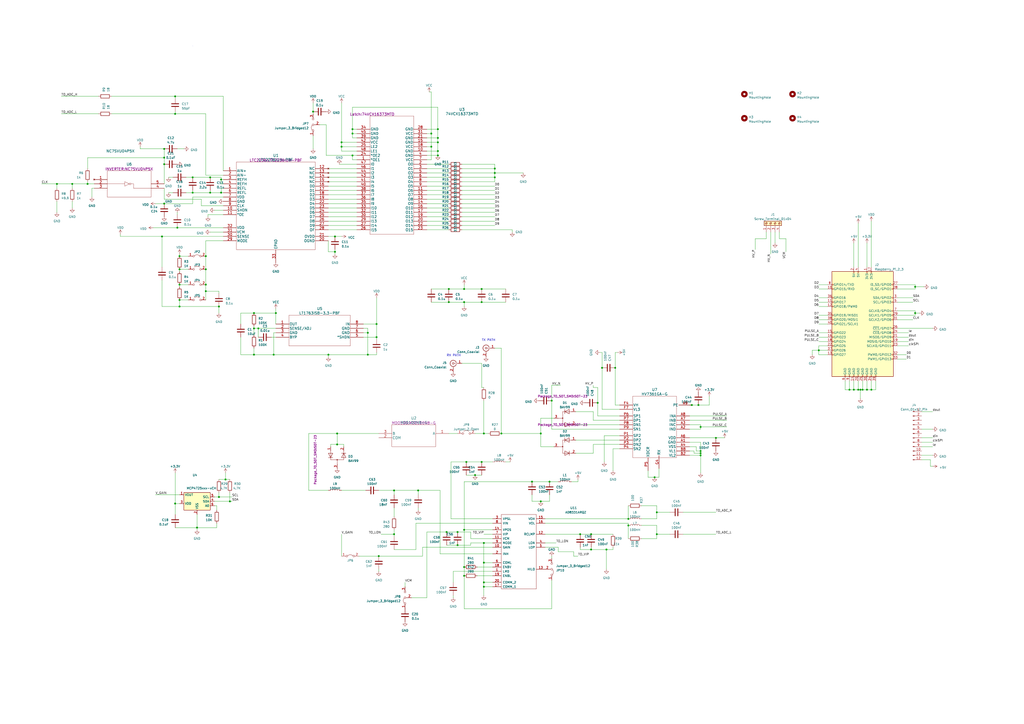
<source format=kicad_sch>
(kicad_sch (version 20230121) (generator eeschema)
  (paper "A2")
  (junction (at 280.67 326.39))
  (junction (at 228.6 309.88))
  (junction (at 147.32 190.5))
  (junction (at 254 90.17))
  (junction (at 119.38 168.91))
  (junction (at 104.14 148.59))
  (junction (at 111.76 111.76))
  (junction (at 95.25 91.44))
  (junction (at 318.77 279.4))
  (junction (at 149.86 190.5))
  (junction (at 313.69 251.46))
  (junction (at 95.25 95.25))
  (junction (at 213.36 205.74))
  (junction (at 219.71 322.58))
  (junction (at 342.9 309.88))
  (junction (at 356.87 213.36))
  (junction (at 279.4 167.64))
  (junction (at 279.4 175.26))
  (junction (at 530.86 166.37))
  (junction (at 406.4 262.89))
  (junction (at 194.31 137.16))
  (junction (at 349.25 213.36))
  (junction (at 104.14 173.99))
  (junction (at 254 87.63))
  (junction (at 406.4 264.16))
  (junction (at 308.61 279.4))
  (junction (at 405.13 234.95))
  (junction (at 133.35 290.83))
  (junction (at 254 82.55))
  (junction (at 364.49 300.99))
  (junction (at 198.12 82.55))
  (junction (at 280.67 251.46))
  (junction (at 228.6 284.48))
  (junction (at 121.92 102.87))
  (junction (at 213.36 193.04))
  (junction (at 95.25 86.36))
  (junction (at 346.71 233.68))
  (junction (at 130.81 278.13))
  (junction (at 121.92 111.76))
  (junction (at 111.76 102.87))
  (junction (at 320.04 232.41))
  (junction (at 269.24 334.01))
  (junction (at 530.86 181.61))
  (junction (at 218.44 195.58))
  (junction (at 198.12 85.09))
  (junction (at 50.8 106.68))
  (junction (at 250.19 85.09))
  (junction (at 260.35 167.64))
  (junction (at 104.14 156.21))
  (junction (at 95.25 118.11))
  (junction (at 364.49 304.8))
  (junction (at 280.67 340.36))
  (junction (at 406.4 247.65))
  (junction (at 194.31 146.05))
  (junction (at 160.02 181.61))
  (junction (at 497.84 226.06))
  (junction (at 265.43 316.23))
  (junction (at 119.38 156.21))
  (junction (at 401.32 234.95))
  (junction (at 147.32 181.61))
  (junction (at 379.73 276.86))
  (junction (at 127 177.8))
  (junction (at 342.9 318.77))
  (junction (at 406.4 261.62))
  (junction (at 147.32 205.74))
  (junction (at 119.38 165.1))
  (junction (at 260.35 175.26))
  (junction (at 204.47 74.93))
  (junction (at 101.6 292.1))
  (junction (at 500.38 226.06))
  (junction (at 287.02 102.87))
  (junction (at 218.44 187.96))
  (junction (at 505.46 226.06))
  (junction (at 204.47 90.17))
  (junction (at 195.58 251.46))
  (junction (at 93.98 137.16))
  (junction (at 495.3 226.06))
  (junction (at 313.69 290.83))
  (junction (at 270.51 267.97))
  (junction (at 269.24 328.93))
  (junction (at 254 80.01))
  (junction (at 242.57 284.48))
  (junction (at 181.61 64.77))
  (junction (at 269.24 167.64))
  (junction (at 280.67 337.82))
  (junction (at 265.43 308.61))
  (junction (at 158.75 205.74))
  (junction (at 204.47 77.47))
  (junction (at 279.4 267.97))
  (junction (at 33.02 106.68))
  (junction (at 269.24 307.34))
  (junction (at 415.29 254))
  (junction (at 190.5 205.74))
  (junction (at 499.11 226.06))
  (junction (at 492.76 226.06))
  (junction (at 102.87 132.08))
  (junction (at 275.59 275.59))
  (junction (at 101.6 66.04))
  (junction (at 290.83 251.46))
  (junction (at 287.02 100.33))
  (junction (at 502.92 226.06))
  (junction (at 101.6 55.88))
  (junction (at 114.3 306.07))
  (junction (at 269.24 175.26))
  (junction (at 128.27 104.14))
  (junction (at 259.08 308.61))
  (junction (at 280.67 314.96))
  (junction (at 41.91 106.68))
  (junction (at 128.27 111.76))
  (junction (at 250.19 77.47))
  (junction (at 336.55 309.88))
  (junction (at 104.14 177.8))
  (junction (at 195.58 257.81))
  (junction (at 104.14 165.1))
  (junction (at 381 309.88))
  (junction (at 287.02 97.79))
  (junction (at 474.98 203.2))
  (junction (at 381 297.18))
  (junction (at 119.38 148.59))
  (junction (at 254 74.93))
  (junction (at 127 288.29))
  (junction (at 351.79 318.77))
  (wire (pts (xy 530.86 181.61) (xy 530.86 182.88)))
  (wire (pts (xy 228.6 307.34) (xy 228.6 309.88)))
  (wire (pts (xy 219.71 322.58) (xy 208.28 322.58)))
  (wire (pts (xy 247.65 100.33) (xy 260.35 100.33)))
  (wire (pts (xy 260.35 175.26) (xy 269.24 175.26)))
  (wire (pts (xy 119.38 101.6) (xy 129.54 101.6)))
  (wire (pts (xy 90.17 118.11) (xy 95.25 118.11)))
  (wire (pts (xy 290.83 201.93) (xy 290.83 251.46)))
  (wire (pts (xy 290.83 251.46) (xy 313.69 251.46)))
  (wire (pts (xy 351.79 318.77) (xy 342.9 318.77)))
  (wire (pts (xy 280.67 251.46) (xy 283.21 251.46)))
  (wire (pts (xy 54.61 109.22) (xy 53.34 109.22)))
  (wire (pts (xy 449.58 134.62) (xy 449.58 140.97)))
  (wire (pts (xy 534.67 259.08) (xy 541.02 259.08)))
  (wire (pts (xy 534.67 248.92) (xy 541.02 248.92)))
  (wire (pts (xy 520.7 200.66) (xy 527.05 200.66)))
  (wire (pts (xy 320.04 223.52) (xy 325.12 223.52)))
  (wire (pts (xy 213.36 190.5) (xy 213.36 193.04)))
  (wire (pts (xy 101.6 306.07) (xy 114.3 306.07)))
  (wire (pts (xy 190.5 118.11) (xy 207.01 118.11)))
  (wire (pts (xy 452.12 134.62) (xy 452.12 138.43)))
  (wire (pts (xy 530.86 166.37) (xy 530.86 167.64)))
  (wire (pts (xy 474.98 193.04) (xy 480.06 193.04)))
  (wire (pts (xy 218.44 187.96) (xy 210.82 187.96)))
  (wire (pts (xy 111.76 111.76) (xy 121.92 111.76)))
  (wire (pts (xy 290.83 201.93) (xy 287.02 201.93)))
  (wire (pts (xy 270.51 267.97) (xy 261.62 267.97)))
  (wire (pts (xy 287.02 100.33) (xy 303.53 100.33)))
  (wire (pts (xy 41.91 116.84) (xy 41.91 120.65)))
  (wire (pts (xy 64.77 55.88) (xy 101.6 55.88)))
  (wire (pts (xy 480.06 185.42) (xy 474.98 185.42)))
  (wire (pts (xy 33.02 106.68) (xy 41.91 106.68)))
  (wire (pts (xy 129.54 55.88) (xy 129.54 99.06)))
  (wire (pts (xy 101.6 55.88) (xy 129.54 55.88)))
  (wire (pts (xy 218.44 195.58) (xy 218.44 196.85)))
  (wire (pts (xy 247.65 105.41) (xy 260.35 105.41)))
  (wire (pts (xy 190.5 115.57) (xy 207.01 115.57)))
  (wire (pts (xy 128.27 106.68) (xy 128.27 104.14)))
  (wire (pts (xy 247.65 346.71) (xy 238.76 346.71)))
  (wire (pts (xy 247.65 128.27) (xy 260.35 128.27)))
  (wire (pts (xy 119.38 66.04) (xy 119.38 101.6)))
  (wire (pts (xy 285.75 340.36) (xy 280.67 340.36)))
  (wire (pts (xy 320.04 223.52) (xy 320.04 232.41)))
  (wire (pts (xy 520.7 167.64) (xy 530.86 167.64)))
  (wire (pts (xy 261.62 267.97) (xy 261.62 300.99)))
  (wire (pts (xy 120.65 124.46) (xy 120.65 125.73)))
  (wire (pts (xy 279.4 167.64) (xy 293.37 167.64)))
  (wire (pts (xy 273.05 308.61) (xy 265.43 308.61)))
  (wire (pts (xy 280.67 232.41) (xy 280.67 251.46)))
  (wire (pts (xy 139.7 181.61) (xy 139.7 187.96)))
  (wire (pts (xy 495.3 226.06) (xy 492.76 226.06)))
  (wire (pts (xy 130.81 278.13) (xy 133.35 278.13)))
  (wire (pts (xy 285.75 334.01) (xy 276.86 334.01)))
  (wire (pts (xy 502.92 226.06) (xy 500.38 226.06)))
  (wire (pts (xy 474.98 182.88) (xy 480.06 182.88)))
  (wire (pts (xy 273.05 316.23) (xy 265.43 316.23)))
  (wire (pts (xy 127 288.29) (xy 127 285.75)))
  (wire (pts (xy 218.44 205.74) (xy 213.36 205.74)))
  (wire (pts (xy 198.12 85.09) (xy 198.12 87.63)))
  (wire (pts (xy 335.28 279.4) (xy 335.28 278.13)))
  (wire (pts (xy 336.55 309.88) (xy 316.23 309.88)))
  (wire (pts (xy 129.54 104.14) (xy 128.27 104.14)))
  (wire (pts (xy 160.02 181.61) (xy 147.32 181.61)))
  (wire (pts (xy 190.5 105.41) (xy 207.01 105.41)))
  (wire (pts (xy 438.15 138.43) (xy 438.15 144.78)))
  (wire (pts (xy 33.02 116.84) (xy 33.02 123.19)))
  (wire (pts (xy 194.31 137.16) (xy 198.12 137.16)))
  (wire (pts (xy 121.92 134.62) (xy 129.54 134.62)))
  (wire (pts (xy 119.38 148.59) (xy 119.38 139.7)))
  (wire (pts (xy 355.6 273.05) (xy 355.6 260.35)))
  (wire (pts (xy 53.34 109.22) (xy 53.34 114.3)))
  (wire (pts (xy 318.77 290.83) (xy 318.77 287.02)))
  (wire (pts (xy 218.44 187.96) (xy 218.44 195.58)))
  (wire (pts (xy 355.6 309.88) (xy 342.9 309.88)))
  (wire (pts (xy 415.29 297.18) (xy 396.24 297.18)))
  (wire (pts (xy 344.17 238.76) (xy 334.01 238.76)))
  (wire (pts (xy 406.4 247.65) (xy 406.4 248.92)))
  (wire (pts (xy 279.4 275.59) (xy 275.59 275.59)))
  (wire (pts (xy 403.86 261.62) (xy 406.4 261.62)))
  (wire (pts (xy 520.7 185.42) (xy 529.59 185.42)))
  (wire (pts (xy 147.32 201.93) (xy 147.32 205.74)))
  (wire (pts (xy 139.7 195.58) (xy 139.7 205.74)))
  (wire (pts (xy 474.98 200.66) (xy 480.06 200.66)))
  (wire (pts (xy 285.75 337.82) (xy 280.67 337.82)))
  (wire (pts (xy 158.75 205.74) (xy 190.5 205.74)))
  (wire (pts (xy 33.02 106.68) (xy 33.02 109.22)))
  (wire (pts (xy 111.76 114.3) (xy 111.76 118.11)))
  (wire (pts (xy 267.97 105.41) (xy 287.02 105.41)))
  (wire (pts (xy 114.3 306.07) (xy 114.3 307.34)))
  (wire (pts (xy 101.6 64.77) (xy 101.6 66.04)))
  (wire (pts (xy 375.92 273.05) (xy 375.92 276.86)))
  (wire (pts (xy 190.5 113.03) (xy 207.01 113.03)))
  (wire (pts (xy 364.49 303.53) (xy 364.49 304.8)))
  (wire (pts (xy 81.28 85.09) (xy 81.28 86.36)))
  (wire (pts (xy 101.6 292.1) (xy 104.14 292.1)))
  (wire (pts (xy 474.98 198.12) (xy 480.06 198.12)))
  (wire (pts (xy 520.7 190.5) (xy 541.02 190.5)))
  (wire (pts (xy 505.46 128.27) (xy 505.46 154.94)))
  (wire (pts (xy 421.64 247.65) (xy 406.4 247.65)))
  (wire (pts (xy 198.12 82.55) (xy 198.12 85.09)))
  (wire (pts (xy 318.77 279.4) (xy 323.85 279.4)))
  (wire (pts (xy 349.25 213.36) (xy 349.25 204.47)))
  (wire (pts (xy 359.41 243.84) (xy 344.17 243.84)))
  (wire (pts (xy 520.7 205.74) (xy 525.78 205.74)))
  (wire (pts (xy 279.4 224.79) (xy 280.67 224.79)))
  (wire (pts (xy 119.38 139.7) (xy 129.54 139.7)))
  (wire (pts (xy 267.97 130.81) (xy 287.02 130.81)))
  (wire (pts (xy 474.98 200.66) (xy 474.98 203.2)))
  (wire (pts (xy 260.35 167.64) (xy 269.24 167.64)))
  (wire (pts (xy 190.5 130.81) (xy 207.01 130.81)))
  (wire (pts (xy 349.25 213.36) (xy 349.25 237.49)))
  (wire (pts (xy 400.05 261.62) (xy 402.59 261.62)))
  (wire (pts (xy 285.75 307.34) (xy 269.24 307.34)))
  (wire (pts (xy 147.32 205.74) (xy 158.75 205.74)))
  (wire (pts (xy 265.43 316.23) (xy 259.08 316.23)))
  (wire (pts (xy 204.47 77.47) (xy 204.47 74.93)))
  (wire (pts (xy 219.71 251.46) (xy 195.58 251.46)))
  (wire (pts (xy 267.97 125.73) (xy 287.02 125.73)))
  (wire (pts (xy 190.5 102.87) (xy 207.01 102.87)))
  (wire (pts (xy 279.4 267.97) (xy 270.51 267.97)))
  (wire (pts (xy 190.5 128.27) (xy 207.01 128.27)))
  (wire (pts (xy 285.75 326.39) (xy 280.67 326.39)))
  (wire (pts (xy 198.12 59.69) (xy 198.12 82.55)))
  (wire (pts (xy 344.17 238.76) (xy 344.17 243.84)))
  (wire (pts (xy 157.48 195.58) (xy 160.02 195.58)))
  (wire (pts (xy 133.35 290.83) (xy 134.62 290.83)))
  (wire (pts (xy 332.74 322.58) (xy 332.74 320.04)))
  (wire (pts (xy 285.75 312.42) (xy 273.05 312.42)))
  (wire (pts (xy 492.76 220.98) (xy 492.76 226.06)))
  (wire (pts (xy 355.6 318.77) (xy 351.79 318.77)))
  (wire (pts (xy 198.12 82.55) (xy 207.01 82.55)))
  (wire (pts (xy 219.71 330.2) (xy 219.71 331.47)))
  (wire (pts (xy 41.91 106.68) (xy 50.8 106.68)))
  (wire (pts (xy 250.19 175.26) (xy 260.35 175.26)))
  (wire (pts (xy 275.59 275.59) (xy 270.51 275.59)))
  (wire (pts (xy 382.27 271.78) (xy 382.27 276.86)))
  (wire (pts (xy 198.12 87.63) (xy 207.01 87.63)))
  (wire (pts (xy 267.97 97.79) (xy 287.02 97.79)))
  (wire (pts (xy 285.75 328.93) (xy 276.86 328.93)))
  (wire (pts (xy 247.65 85.09) (xy 250.19 85.09)))
  (wire (pts (xy 267.97 113.03) (xy 287.02 113.03)))
  (wire (pts (xy 196.85 95.25) (xy 207.01 95.25)))
  (wire (pts (xy 364.49 293.37) (xy 364.49 300.99)))
  (wire (pts (xy 335.28 322.58) (xy 332.74 322.58)))
  (wire (pts (xy 269.24 175.26) (xy 269.24 177.8)))
  (wire (pts (xy 520.7 208.28) (xy 525.78 208.28)))
  (wire (pts (xy 262.89 331.47) (xy 262.89 337.82)))
  (wire (pts (xy 207.01 80.01) (xy 204.47 80.01)))
  (wire (pts (xy 499.11 226.06) (xy 499.11 231.14)))
  (wire (pts (xy 119.38 156.21) (xy 119.38 165.1)))
  (wire (pts (xy 190.5 123.19) (xy 207.01 123.19)))
  (wire (pts (xy 35.56 66.04) (xy 57.15 66.04)))
  (wire (pts (xy 250.19 92.71) (xy 250.19 85.09)))
  (wire (pts (xy 297.18 133.35) (xy 297.18 134.62)))
  (wire (pts (xy 508 226.06) (xy 505.46 226.06)))
  (wire (pts (xy 101.6 55.88) (xy 101.6 57.15)))
  (wire (pts (xy 160.02 190.5) (xy 149.86 190.5)))
  (wire (pts (xy 400.05 246.38) (xy 406.4 246.38)))
  (wire (pts (xy 190.5 205.74) (xy 190.5 207.01)))
  (wire (pts (xy 190.5 97.79) (xy 207.01 97.79)))
  (wire (pts (xy 351.79 318.77) (xy 351.79 330.2)))
  (wire (pts (xy 381 309.88) (xy 381 312.42)))
  (wire (pts (xy 402.59 262.89) (xy 406.4 262.89)))
  (wire (pts (xy 241.3 303.53) (xy 285.75 303.53)))
  (wire (pts (xy 204.47 74.93) (xy 207.01 74.93)))
  (wire (pts (xy 129.54 106.68) (xy 128.27 106.68)))
  (wire (pts (xy 190.5 284.48) (xy 179.07 284.48)))
  (wire (pts (xy 471.17 205.74) (xy 471.17 203.2)))
  (wire (pts (xy 127 177.8) (xy 127 181.61)))
  (wire (pts (xy 280.67 326.39) (xy 280.67 337.82)))
  (wire (pts (xy 190.5 125.73) (xy 207.01 125.73)))
  (wire (pts (xy 520.7 198.12) (xy 527.05 198.12)))
  (wire (pts (xy 204.47 80.01) (xy 204.47 77.47)))
  (wire (pts (xy 539.75 266.7) (xy 534.67 266.7)))
  (wire (pts (xy 247.65 130.81) (xy 260.35 130.81)))
  (wire (pts (xy 267.97 123.19) (xy 287.02 123.19)))
  (wire (pts (xy 320.04 232.41) (xy 320.04 248.92)))
  (wire (pts (xy 323.85 320.04) (xy 323.85 317.5)))
  (wire (pts (xy 356.87 204.47) (xy 358.14 204.47)))
  (wire (pts (xy 190.5 120.65) (xy 207.01 120.65)))
  (wire (pts (xy 50.8 91.44) (xy 95.25 91.44)))
  (wire (pts (xy 471.17 203.2) (xy 474.98 203.2)))
  (wire (pts (xy 497.84 220.98) (xy 497.84 226.06)))
  (wire (pts (xy 212.09 284.48) (xy 198.12 284.48)))
  (wire (pts (xy 505.46 220.98) (xy 505.46 226.06)))
  (wire (pts (xy 342.9 309.88) (xy 336.55 309.88)))
  (wire (pts (xy 90.17 287.02) (xy 104.14 287.02)))
  (wire (pts (xy 95.25 91.44) (xy 95.25 95.25)))
  (wire (pts (xy 438.15 138.43) (xy 444.5 138.43)))
  (wire (pts (xy 245.11 322.58) (xy 219.71 322.58)))
  (wire (pts (xy 269.24 307.34) (xy 269.24 328.93)))
  (wire (pts (xy 198.12 85.09) (xy 207.01 85.09)))
  (wire (pts (xy 495.3 220.98) (xy 495.3 226.06)))
  (wire (pts (xy 189.23 90.17) (xy 204.47 90.17)))
  (wire (pts (xy 104.14 148.59) (xy 109.22 148.59)))
  (wire (pts (xy 447.04 134.62) (xy 447.04 147.32)))
  (wire (pts (xy 247.65 115.57) (xy 260.35 115.57)))
  (wire (pts (xy 495.3 140.97) (xy 495.3 154.94)))
  (wire (pts (xy 128.27 109.22) (xy 129.54 109.22)))
  (wire (pts (xy 127 168.91) (xy 127 170.18)))
  (wire (pts (xy 195.58 251.46) (xy 179.07 251.46)))
  (wire (pts (xy 444.5 134.62) (xy 444.5 138.43)))
  (wire (pts (xy 93.98 177.8) (xy 93.98 162.56)))
  (wire (pts (xy 127 278.13) (xy 130.81 278.13)))
  (wire (pts (xy 308.61 290.83) (xy 313.69 290.83)))
  (wire (pts (xy 158.75 205.74) (xy 158.75 193.04)))
  (wire (pts (xy 260.35 251.46) (xy 265.43 251.46)))
  (wire (pts (xy 104.14 173.99) (xy 104.14 177.8)))
  (wire (pts (xy 262.89 345.44) (xy 262.89 346.71)))
  (wire (pts (xy 313.69 259.08) (xy 321.31 259.08)))
  (wire (pts (xy 147.32 181.61) (xy 139.7 181.61)))
  (wire (pts (xy 241.3 318.77) (xy 241.3 303.53)))
  (wire (pts (xy 210.82 190.5) (xy 213.36 190.5)))
  (wire (pts (xy 124.46 293.37) (xy 125.73 293.37)))
  (wire (pts (xy 160.02 181.61) (xy 160.02 187.96)))
  (wire (pts (xy 210.82 195.58) (xy 218.44 195.58)))
  (wire (pts (xy 160.02 179.07) (xy 160.02 181.61)))
  (wire (pts (xy 269.24 353.06) (xy 320.04 353.06)))
  (wire (pts (xy 116.84 119.38) (xy 129.54 119.38)))
  (wire (pts (xy 359.41 241.3) (xy 346.71 241.3)))
  (wire (pts (xy 190.5 146.05) (xy 194.31 146.05)))
  (wire (pts (xy 129.54 114.3) (xy 111.76 114.3)))
  (wire (pts (xy 285.75 317.5) (xy 245.11 317.5)))
  (wire (pts (xy 139.7 205.74) (xy 147.32 205.74)))
  (wire (pts (xy 308.61 279.4) (xy 318.77 279.4)))
  (wire (pts (xy 534.67 254) (xy 541.02 254)))
  (wire (pts (xy 125.73 293.37) (xy 125.73 295.91)))
  (wire (pts (xy 346.71 224.79) (xy 346.71 233.68)))
  (wire (pts (xy 119.38 165.1) (xy 119.38 168.91)))
  (wire (pts (xy 356.87 234.95) (xy 359.41 234.95)))
  (wire (pts (xy 254 80.01) (xy 247.65 80.01)))
  (wire (pts (xy 104.14 173.99) (xy 109.22 173.99)))
  (wire (pts (xy 254 80.01) (xy 254 82.55)))
  (wire (pts (xy 101.6 66.04) (xy 119.38 66.04)))
  (wire (pts (xy 255.27 284.48) (xy 255.27 321.31)))
  (wire (pts (xy 356.87 213.36) (xy 356.87 234.95)))
  (wire (pts (xy 480.06 165.1) (xy 474.98 165.1)))
  (wire (pts (xy 199.39 257.81) (xy 199.39 259.08)))
  (wire (pts (xy 269.24 279.4) (xy 269.24 307.34)))
  (wire (pts (xy 334.01 262.89) (xy 344.17 262.89)))
  (wire (pts (xy 102.87 123.19) (xy 102.87 124.46)))
  (wire (pts (xy 490.22 226.06) (xy 490.22 220.98)))
  (wire (pts (xy 287.02 100.33) (xy 287.02 102.87)))
  (wire (pts (xy 124.46 290.83) (xy 133.35 290.83)))
  (wire (pts (xy 191.77 257.81) (xy 195.58 257.81)))
  (wire (pts (xy 247.65 110.49) (xy 260.35 110.49)))
  (wire (pts (xy 287.02 102.87) (xy 287.02 105.41)))
  (wire (pts (xy 279.4 175.26) (xy 293.37 175.26)))
  (wire (pts (xy 254 87.63) (xy 247.65 87.63)))
  (wire (pts (xy 114.3 298.45) (xy 114.3 306.07)))
  (wire (pts (xy 530.86 182.88) (xy 520.7 182.88)))
  (wire (pts (xy 313.69 251.46) (xy 313.69 259.08)))
  (wire (pts (xy 334.01 246.38) (xy 359.41 246.38)))
  (wire (pts (xy 121.92 110.49) (xy 121.92 111.76)))
  (wire (pts (xy 400.05 264.16) (xy 406.4 264.16)))
  (wire (pts (xy 149.86 190.5) (xy 149.86 195.58)))
  (wire (pts (xy 128.27 109.22) (xy 128.27 111.76)))
  (wire (pts (xy 104.14 177.8) (xy 127 177.8)))
  (wire (pts (xy 133.35 285.75) (xy 133.35 290.83)))
  (wire (pts (xy 267.97 107.95) (xy 287.02 107.95)))
  (wire (pts (xy 285.75 309.88) (xy 280.67 309.88)))
  (wire (pts (xy 95.25 86.36) (xy 95.25 91.44)))
  (wire (pts (xy 121.92 102.87) (xy 111.76 102.87)))
  (wire (pts (xy 190.5 133.35) (xy 207.01 133.35)))
  (wire (pts (xy 275.59 251.46) (xy 280.67 251.46)))
  (wire (pts (xy 119.38 148.59) (xy 119.38 156.21)))
  (wire (pts (xy 254 82.55) (xy 247.65 82.55)))
  (wire (pts (xy 406.4 256.54) (xy 406.4 261.62)))
  (wire (pts (xy 204.47 74.93) (xy 204.47 62.23)))
  (wire (pts (xy 204.47 90.17) (xy 207.01 90.17)))
  (wire (pts (xy 500.38 226.06) (xy 499.11 226.06)))
  (wire (pts (xy 119.38 168.91) (xy 127 168.91)))
  (wire (pts (xy 218.44 204.47) (xy 218.44 205.74)))
  (wire (pts (xy 247.65 120.65) (xy 260.35 120.65)))
  (wire (pts (xy 364.49 304.8) (xy 364.49 312.42)))
  (wire (pts (xy 147.32 189.23) (xy 147.32 190.5)))
  (wire (pts (xy 247.65 107.95) (xy 260.35 107.95)))
  (wire (pts (xy 421.64 241.3) (xy 400.05 241.3)))
  (wire (pts (xy 102.87 132.08) (xy 129.54 132.08)))
  (wire (pts (xy 95.25 109.22) (xy 95.25 115.57)))
  (wire (pts (xy 313.69 242.57) (xy 313.69 251.46)))
  (wire (pts (xy 406.4 261.62) (xy 406.4 262.89)))
  (wire (pts (xy 50.8 105.41) (xy 50.8 106.68)))
  (wire (pts (xy 250.19 77.47) (xy 250.19 85.09)))
  (wire (pts (xy 344.17 223.52) (xy 344.17 224.79)))
  (wire (pts (xy 474.98 195.58) (xy 480.06 195.58)))
  (wire (pts (xy 401.32 234.95) (xy 400.05 234.95)))
  (wire (pts (xy 355.6 317.5) (xy 355.6 318.77)))
  (wire (pts (xy 228.6 318.77) (xy 241.3 318.77)))
  (wire (pts (xy 41.91 106.68) (xy 41.91 109.22)))
  (wire (pts (xy 280.67 314.96) (xy 273.05 314.96)))
  (wire (pts (xy 280.67 314.96) (xy 280.67 326.39)))
  (wire (pts (xy 313.69 242.57) (xy 321.31 242.57)))
  (wire (pts (xy 530.86 181.61) (xy 533.4 181.61)))
  (wire (pts (xy 254 62.23) (xy 254 74.93)))
  (wire (pts (xy 247.65 102.87) (xy 260.35 102.87)))
  (wire (pts (xy 480.06 167.64) (xy 474.98 167.64)))
  (wire (pts (xy 323.85 317.5) (xy 316.23 317.5)))
  (wire (pts (xy 129.54 121.92) (xy 124.46 121.92)))
  (wire (pts (xy 320.04 248.92) (xy 359.41 248.92)))
  (wire (pts (xy 342.9 317.5) (xy 342.9 318.77)))
  (wire (pts (xy 228.6 299.72) (xy 228.6 294.64)))
  (wire (pts (xy 406.4 248.92) (xy 400.05 248.92)))
  (wire (pts (xy 344.17 262.89) (xy 344.17 257.81)))
  (wire (pts (xy 381 300.99) (xy 372.11 300.99)))
  (wire (pts (xy 181.61 78.74) (xy 181.61 86.36)))
  (wire (pts (xy 64.77 66.04) (xy 101.6 66.04)))
  (wire (pts (xy 534.67 264.16) (xy 541.02 264.16)))
  (wire (pts (xy 480.06 172.72) (xy 474.98 172.72)))
  (wire (pts (xy 480.06 175.26) (xy 474.98 175.26)))
  (wire (pts (xy 349.25 237.49) (xy 359.41 237.49)))
  (wire (pts (xy 396.24 309.88) (xy 415.29 309.88)))
  (wire (pts (xy 520.7 193.04) (xy 527.05 193.04)))
  (wire (pts (xy 127 288.29) (xy 134.62 288.29)))
  (wire (pts (xy 411.48 229.87) (xy 411.48 234.95)))
  (wire (pts (xy 101.6 274.32) (xy 101.6 292.1)))
  (wire (pts (xy 255.27 284.48) (xy 242.57 284.48)))
  (wire (pts (xy 259.08 308.61) (xy 247.65 308.61)))
  (wire (pts (xy 308.61 287.02) (xy 308.61 290.83)))
  (wire (pts (xy 114.3 306.07) (xy 125.73 306.07)))
  (wire (pts (xy 50.8 97.79) (xy 50.8 91.44)))
  (wire (pts (xy 267.97 102.87) (xy 287.02 102.87)))
  (wire (pts (xy 279.4 210.82) (xy 279.4 224.79)))
  (wire (pts (xy 269.24 328.93) (xy 269.24 334.01)))
  (wire (pts (xy 204.47 77.47) (xy 207.01 77.47)))
  (wire (pts (xy 254 90.17) (xy 247.65 90.17)))
  (wire (pts (xy 128.27 104.14) (xy 128.27 102.87)))
  (wire (pts (xy 250.19 167.64) (xy 260.35 167.64)))
  (wire (pts (xy 342.9 318.77) (xy 336.55 318.77)))
  (wire (pts (xy 269.24 175.26) (xy 279.4 175.26)))
  (wire (pts (xy 334.01 255.27) (xy 359.41 255.27)))
  (wire (pts (xy 265.43 308.61) (xy 259.08 308.61)))
  (wire (pts (xy 336.55 317.5) (xy 336.55 318.77)))
  (wire (pts (xy 194.31 144.78) (xy 194.31 146.05)))
  (wire (pts (xy 128.27 102.87) (xy 121.92 102.87)))
  (wire (pts (xy 269.24 165.1) (xy 269.24 167.64)))
  (wire (pts (xy 102.87 86.36) (xy 106.68 86.36)))
  (wire (pts (xy 190.5 100.33) (xy 207.01 100.33)))
  (wire (pts (xy 179.07 251.46) (xy 179.07 284.48)))
  (wire (pts (xy 285.75 331.47) (xy 262.89 331.47)))
  (wire (pts (xy 530.86 166.37) (xy 535.94 166.37)))
  (wire (pts (xy 81.28 86.36) (xy 95.25 86.36)))
  (wire (pts (xy 120.65 124.46) (xy 129.54 124.46)))
  (wire (pts (xy 406.4 246.38) (xy 406.4 247.65)))
  (wire (pts (xy 247.65 95.25) (xy 260.35 95.25)))
  (wire (pts (xy 228.6 309.88) (xy 220.98 309.88)))
  (wire (pts (xy 508 220.98) (xy 508 226.06)))
  (wire (pts (xy 350.52 267.97) (xy 350.52 252.73)))
  (wire (pts (xy 372.11 293.37) (xy 381 293.37)))
  (wire (pts (xy 405.13 234.95) (xy 401.32 234.95)))
  (wire (pts (xy 158.75 193.04) (xy 160.02 193.04)))
  (wire (pts (xy 181.61 64.77) (xy 181.61 66.04)))
  (wire (pts (xy 502.92 140.97) (xy 502.92 154.94)))
  (wire (pts (xy 97.79 111.76) (xy 100.33 111.76)))
  (wire (pts (xy 181.61 59.69) (xy 181.61 64.77)))
  (wire (pts (xy 247.65 74.93) (xy 254 74.93)))
  (wire (pts (xy 204.47 62.23) (xy 254 62.23)))
  (wire (pts (xy 93.98 137.16) (xy 129.54 137.16)))
  (wire (pts (xy 474.98 203.2) (xy 480.06 203.2)))
  (wire (pts (xy 24.13 106.68) (xy 33.02 106.68)))
  (wire (pts (xy 269.24 167.64) (xy 279.4 167.64)))
  (wire (pts (xy 505.46 226.06) (xy 502.92 226.06)))
  (wire (pts (xy 267.97 128.27) (xy 287.02 128.27)))
  (wire (pts (xy 247.65 92.71) (xy 250.19 92.71)))
  (wire (pts (xy 372.11 304.8) (xy 381 304.8)))
  (wire (pts (xy 104.14 156.21) (xy 109.22 156.21)))
  (wire (pts (xy 406.4 264.16) (xy 406.4 274.32)))
  (wire (pts (xy 474.98 205.74) (xy 480.06 205.74)))
  (wire (pts (xy 95.25 115.57) (xy 116.84 115.57)))
  (wire (pts (xy 350.52 252.73) (xy 359.41 252.73)))
  (wire (pts (xy 349.25 204.47) (xy 347.98 204.47)))
  (wire (pts (xy 228.6 284.48) (xy 228.6 287.02)))
  (wire (pts (xy 228.6 284.48) (xy 219.71 284.48)))
  (wire (pts (xy 320.04 322.58) (xy 320.04 323.85)))
  (wire (pts (xy 269.24 334.01) (xy 269.24 353.06)))
  (wire (pts (xy 204.47 92.71) (xy 207.01 92.71)))
  (wire (pts (xy 530.86 165.1) (xy 530.86 166.37)))
  (wire (pts (xy 267.97 120.65) (xy 287.02 120.65)))
  (wire (pts (xy 411.48 234.95) (xy 405.13 234.95)))
  (wire (pts (xy 250.19 53.34) (xy 250.19 77.47)))
  (wire (pts (xy 128.27 111.76) (xy 129.54 111.76)))
  (wire (pts (xy 95.25 95.25) (xy 95.25 106.68)))
  (wire (pts (xy 198.12 309.88) (xy 198.12 322.58)))
  (wire (pts (xy 204.47 90.17) (xy 204.47 92.71)))
  (wire (pts (xy 534.67 238.76) (xy 541.02 238.76)))
  (wire (pts (xy 415.29 254) (xy 400.05 254)))
  (wire (pts (xy 359.41 257.81) (xy 344.17 257.81)))
  (wire (pts (xy 35.56 55.88) (xy 57.15 55.88)))
  (wire (pts (xy 520.7 195.58) (xy 527.05 195.58)))
  (wire (pts (xy 452.12 138.43) (xy 455.93 138.43)))
  (wire (pts (xy 480.06 177.8) (xy 474.98 177.8)))
  (wire (pts (xy 218.44 172.72) (xy 218.44 187.96)))
  (wire (pts (xy 190.5 107.95) (xy 207.01 107.95)))
  (wire (pts (xy 313.69 290.83) (xy 318.77 290.83)))
  (wire (pts (xy 280.67 340.36) (xy 280.67 345.44)))
  (wire (pts (xy 421.64 243.84) (xy 400.05 243.84)))
  (wire (pts (xy 520.7 175.26) (xy 529.59 175.26)))
  (wire (pts (xy 285.75 300.99) (xy 261.62 300.99)))
  (wire (pts (xy 213.36 193.04) (xy 213.36 205.74)))
  (wire (pts (xy 267.97 118.11) (xy 287.02 118.11)))
  (wire (pts (xy 388.62 309.88) (xy 381 309.88)))
  (wire (pts (xy 242.57 295.91) (xy 242.57 294.64)))
  (wire (pts (xy 273.05 312.42) (xy 273.05 308.61)))
  (wire (pts (xy 189.23 90.17) (xy 189.23 72.39)))
  (wire (pts (xy 107.95 111.76) (xy 111.76 111.76)))
  (wire (pts (xy 50.8 106.68) (xy 54.61 106.68)))
  (wire (pts (xy 242.57 284.48) (xy 228.6 284.48)))
  (wire (pts (xy 195.58 257.81) (xy 199.39 257.81)))
  (wire (pts (xy 530.86 180.34) (xy 520.7 180.34)))
  (wire (pts (xy 285.75 314.96) (xy 280.67 314.96)))
  (wire (pts (xy 534.67 256.54) (xy 541.02 256.54)))
  (wire (pts (xy 381 297.18) (xy 381 300.99)))
  (wire (pts (xy 381 312.42) (xy 372.11 312.42)))
  (wire (pts (xy 194.31 146.05) (xy 194.31 147.32)))
  (wire (pts (xy 130.81 274.32) (xy 130.81 278.13)))
  (wire (pts (xy 455.93 138.43) (xy 455.93 146.05)))
  (wire (pts (xy 247.65 113.03) (xy 260.35 113.03)))
  (wire (pts (xy 104.14 156.21) (xy 104.14 157.48)))
  (wire (pts (xy 101.6 292.1) (xy 101.6 298.45)))
  (wire (pts (xy 190.5 137.16) (xy 194.31 137.16)))
  (wire (pts (xy 111.76 110.49) (xy 111.76 111.76)))
  (wire (pts (xy 116.84 115.57) (xy 116.84 119.38)))
  (wire (pts (xy 539.75 270.51) (xy 539.75 266.7)))
  (wire (pts (xy 247.65 123.19) (xy 260.35 123.19)))
  (wire (pts (xy 322.58 314.96) (xy 316.23 314.96)))
  (wire (pts (xy 267.97 210.82) (xy 279.4 210.82)))
  (wire (pts (xy 185.42 72.39) (xy 189.23 72.39)))
  (wire (pts (xy 88.9 132.08) (xy 102.87 132.08)))
  (wire (pts (xy 250.19 53.34) (xy 248.92 53.34)))
  (wire (pts (xy 254 87.63) (xy 254 90.17)))
  (wire (pts (xy 497.84 226.06) (xy 495.3 226.06)))
  (wire (pts (xy 254 82.55) (xy 254 87.63)))
  (wire (pts (xy 320.04 353.06) (xy 320.04 336.55)))
  (wire (pts (xy 245.11 317.5) (xy 245.11 322.58)))
  (wire (pts (xy 195.58 251.46) (xy 195.58 257.81)))
  (wire (pts (xy 280.67 337.82) (xy 280.67 340.36)))
  (wire (pts (xy 247.65 125.73) (xy 260.35 125.73)))
  (wire (pts (xy 497.84 129.54) (xy 497.84 154.94)))
  (wire (pts (xy 356.87 213.36) (xy 356.87 204.47)))
  (wire (pts (xy 213.36 205.74) (xy 190.5 205.74)))
  (wire (pts (xy 191.77 259.08) (xy 191.77 257.81)))
  (wire (pts (xy 316.23 300.99) (xy 364.49 300.99)))
  (wire (pts (xy 190.5 139.7) (xy 190.5 146.05)))
  (wire (pts (xy 474.98 203.2) (xy 474.98 205.74)))
  (wire (pts (xy 406.4 262.89) (xy 406.4 264.16)))
  (wire (pts (xy 530.86 180.34) (xy 530.86 181.61)))
  (wire (pts (xy 375.92 276.86) (xy 379.73 276.86)))
  (wire (pts (xy 234.95 337.82) (xy 234.95 340.36)))
  (wire (pts (xy 93.98 137.16) (xy 93.98 154.94)))
  (wire (pts (xy 267.97 95.25) (xy 287.02 95.25)))
  (wire (pts (xy 247.65 97.79) (xy 260.35 97.79)))
  (wire (pts (xy 403.86 261.62) (xy 403.86 259.08)))
  (wire (pts (xy 344.17 224.79) (xy 346.71 224.79)))
  (wire (pts (xy 420.37 254) (xy 415.29 254)))
  (wire (pts (xy 149.86 190.5) (xy 147.32 190.5)))
  (wire (pts (xy 400.05 256.54) (xy 406.4 256.54)))
  (wire (pts (xy 190.5 110.49) (xy 207.01 110.49)))
  (wire (pts (xy 502.92 220.98) (xy 502.92 226.06)))
  (wire (pts (xy 346.71 233.68) (xy 346.71 241.3)))
  (wire (pts (xy 539.75 270.51) (xy 541.02 270.51)))
  (wire (pts (xy 287.02 95.25) (xy 287.02 97.79)))
  (wire (pts (xy 97.79 102.87) (xy 100.33 102.87)))
  (wire (pts (xy 355.6 260.35) (xy 359.41 260.35)))
  (wire (pts (xy 295.91 267.97) (xy 293.37 267.97)))
  (wire (pts (xy 119.38 168.91) (xy 119.38 173.99)))
  (wire (pts (xy 403.86 259.08) (xy 400.05 259.08)))
  (wire (pts (xy 520.7 172.72) (xy 529.59 172.72)))
  (wire (pts (xy 125.73 303.53) (xy 125.73 306.07)))
  (wire (pts (xy 104.14 165.1) (xy 109.22 165.1)))
  (wire (pts (xy 382.27 276.86) (xy 379.73 276.86)))
  (wire (pts (xy 267.97 110.49) (xy 287.02 110.49)))
  (wire (pts (xy 273.05 314.96) (xy 273.05 316.23)))
  (wire (pts (xy 492.76 226.06) (xy 490.22 226.06)))
  (wire (pts (xy 121.92 111.76) (xy 128.27 111.76)))
  (wire (pts (xy 104.14 177.8) (xy 93.98 177.8)))
  (wire (pts (xy 228.6 309.88) (xy 228.6 311.15)))
  (wire (pts (xy 388.62 297.18) (xy 381 297.18)))
  (wire (pts (xy 520.7 165.1) (xy 530.86 165.1)))
  (wire (pts (xy 104.14 165.1) (xy 104.14 166.37)))
  (wire (pts (xy 285.75 267.97) (xy 279.4 267.97)))
  (wire (pts (xy 267.97 133.35) (xy 297.18 133.35)))
  (wire (pts (xy 247.65 308.61) (xy 247.65 346.71)))
  (wire (pts (xy 247.65 133.35) (xy 260.35 133.35)))
  (wire (pts (xy 402.59 261.62) (xy 402.59 262.89)))
  (wire (pts (xy 247.65 118.11) (xy 260.35 118.11)))
  (wire (pts (xy 242.57 284.48) (xy 242.57 287.02)))
  (wire (pts (xy 255.27 321.31) (xy 285.75 321.31)))
  (wire (pts (xy 104.14 147.32) (xy 104.14 148.59)))
  (wire (pts (xy 247.65 77.47) (xy 250.19 77.47)))
  (wire (pts (xy 124.46 288.29) (xy 127 288.29)))
  (wire (pts (xy 323.85 320.04) (xy 332.74 320.04)))
  (wire (pts (xy 213.36 193.04) (xy 210.82 193.04)))
  (wire (pts (xy 95.25 118.11) (xy 111.76 118.11)))
  (wire (pts (xy 500.38 220.98) (xy 500.38 226.06)))
  (wire (pts (xy 147.32 190.5) (xy 147.32 194.31)))
  (wire (pts (xy 308.61 279.4) (xy 269.24 279.4)))
  (wire (pts (xy 267.97 115.57) (xy 287.02 115.57)))
  (wire (pts (xy 381 304.8) (xy 381 309.88)))
  (wire (pts (xy 69.85 137.16) (xy 93.98 137.16)))
  (wire (pts (xy 480.06 187.96) (xy 474.98 187.96)))
  (wire (pts (xy 331.47 279.4) (xy 335.28 279.4)))
  (wire (pts (xy 69.85 135.89) (xy 69.85 137.16)))
  (wire (pts (xy 287.02 97.79) (xy 287.02 100.33)))
  (wire (pts (xy 107.95 102.87) (xy 111.76 102.87)))
  (wire (pts (xy 381 293.37) (xy 381 297.18)))
  (wire (pts (xy 316.23 303.53) (xy 364.49 303.53)))
  (wire (pts (xy 254 74.93) (xy 254 80.01)))
  (wire (pts (xy 499.11 226.06) (xy 497.84 226.06)))
  (wire (pts (xy 267.97 100.33) (xy 287.02 100.33)))
  (rectangle (start 111.76 26.67) (end 111.76 26.67))
  (text "TX PATH\n" (at 279.4 198.12 0) (effects (font (size 1.27 1.27)) (justify left bottom)))
  (text "RX PATH\n" (at 259.08 207.01 0) (effects (font (size 1.27 1.27)) (justify left bottom)))
  (label "D8" (at 287.02 128.27 0))
  (label "VCM" (at 455.93 146.05 270))
  (label "D6" (at 287.02 123.19 0))
  (label "din" (at 527.05 198.12 0))
  (label "D6" (at 474.98 177.8 180))
  (label "VCM" (at 234.95 337.82 0))
  (label "D0" (at 525.78 205.74 0))
  (label "dout" (at 527.05 195.58 0))
  (label "D5" (at 474.98 175.26 180))
  (label "D2" (at 287.02 113.03 0))
  (label "clkSPI" (at 541.02 256.54 0))
  (label "D1" (at 525.78 208.28 0))
  (label "PULSE_C" (at 474.98 198.12 180))
  (label "D9" (at 287.02 130.81 0))
  (label "V_GAIN" (at 90.17 287.02 0))
  (label "D3" (at 287.02 115.57 0))
  (label "SCL" (at 529.59 175.26 0))
  (label "TO_LON" (at 322.58 314.96 0))
  (label "HV_N" (at 325.12 223.52 180))
  (label "CLK" (at 24.13 106.68 0))
  (label "D7" (at 474.98 182.88 180))
  (label "D1" (at 287.02 110.49 0))
  (label "D2" (at 474.98 165.1 180))
  (label "TO_ADC_H" (at 35.56 55.88 0))
  (label "PULSE_A" (at 421.64 241.3 180))
  (label "TO_ADC_L" (at 415.29 309.88 0))
  (label "le" (at 527.05 193.04 0))
  (label "TO_LON" (at 220.98 309.88 180))
  (label "CLK" (at 529.59 185.42 0))
  (label "D9" (at 474.98 187.96 180))
  (label "HV_P" (at 344.17 223.52 180))
  (label "D4" (at 287.02 118.11 0))
  (label "D7" (at 287.02 125.73 0))
  (label "PULSE_C" (at 421.64 247.65 180))
  (label "D8" (at 474.98 185.42 180))
  (label "TO_ADC_L" (at 35.56 66.04 0))
  (label "TO_ADC_H" (at 415.29 297.18 0))
  (label "D0" (at 287.02 107.95 0))
  (label "PULSE_A" (at 474.98 193.04 180))
  (label "le" (at 541.02 259.08 0))
  (label "V_GAIN" (at 198.12 309.88 0))
  (label "HV_N" (at 447.04 147.32 270))
  (label "TO_VIP" (at 280.67 309.88 180))
  (label "SCL" (at 134.62 288.29 0))
  (label "HV_P" (at 438.15 144.78 270))
  (label "SDA" (at 134.62 290.83 0))
  (label "PULSE_B" (at 474.98 195.58 180))
  (label "D5" (at 287.02 120.65 0))
  (label "D3" (at 474.98 167.64 180))
  (label "clkSPI" (at 527.05 200.66 0))
  (label "D4" (at 474.98 172.72 180))
  (label "dout" (at 541.02 238.76 0))
  (label "SDA" (at 529.59 172.72 0))
  (label "PULSE_B" (at 421.64 243.84 180))
  (label "TO_VIP" (at 335.28 322.58 0))
  (label "din" (at 541.02 254 0))
  (symbol (lib_id "power:GND") (at 347.98 204.47 270) (mirror x) (unit 1)
    (property "Reference" "#PWR071" (effects hide))
    (property "Value" "GND" (at 342.9 204.47 0))
  )
  (symbol (lib_id "Jumper:Jumper_2_Bridged") (at 114.3 148.59 0) (unit 1)
    (property "Reference" "JP2" (at 114.3 146.05 0))
    (property "Value" "Jumper_2_Bridged" (effects hide))
    (property "Footprint" "Jumper:SolderJumper-2_P1.3mm_Open_Pad1.0x1.5mm" (effects hide))
  )
  (symbol (lib_id "Device:C") (at 259.08 312.42 0) (mirror y) (unit 1)
    (property "Reference" "C58" (at 255.27 311.785 0) (effects (justify left)))
    (property "Value" "100nF" (at 255.27 314.325 0) (effects (justify left)))
    (property "Footprint" "Capacitor_SMD:C_0603_1608Metric" (effects hide))
  )
  (symbol (lib_id "Device:R") (at 264.16 130.81 90) (unit 1)
    (property "Reference" "R25" (at 260.35 129.54 90) (effects (justify left)))
    (property "Value" "33" (at 264.16 132.08 0) (effects (justify left)))
    (property "Footprint" "Resistor_SMD:R_0603_1608Metric" (effects hide))
  )
  (symbol (lib_id "Jumper:Jumper_3_Bridged12") (at 234.95 346.71 90) (unit 1)
    (property "Reference" "JP8" (at 232.41 346.075 90) (effects (justify left)))
    (property "Value" "Jumper_3_Bridged12" (at 232.41 348.615 90) (effects (justify left)))
    (property "Footprint" "Jumper:SolderJumper-3_P1.3mm_Open_Pad1.0x1.5mm" (effects hide))
  )
  (symbol (lib_id "power:GND") (at 194.31 147.32 0) (unit 1)
    (property "Reference" "#PWR016" (effects hide))
    (property "Value" "GND" (at 194.31 152.4 0))
  )
  (symbol (lib_id "Diode:BAV99") (at 326.39 259.08 0) (unit 1)
    (property "Reference" "D2" (at 327.66 250.19 0))
    (property "Value" "BAV99" (at 327.66 252.73 0))
    (property "Footprint" "Package_TO_SOT_SMD:SOT-23" (at 326.39 246.38 0))
    (property "Datasheet" "https://assets.nexperia.com/documents/data-sheet/BAV99_SER.pdf" (effects hide))
  )
  (symbol (lib_id "Device:C") (at 336.55 313.69 0) (unit 1)
    (property "Reference" "C50" (at 339.09 311.15 0) (effects (justify left)))
    (property "Value" "1nF" (at 337.82 316.23 0) (effects (justify left)))
    (property "Footprint" "Capacitor_SMD:C_0603_1608Metric" (effects hide))
  )
  (symbol (lib_id "Device:C") (at 342.9 233.68 270) (mirror x) (unit 1)
    (property "Reference" "C48" (at 343.535 229.87 0) (effects (justify left)))
    (property "Value" "100nF" (at 340.995 229.87 0) (effects (justify left)))
    (property "Footprint" "Inductor_SMD:L_0603_1608Metric" (effects hide))
  )
  (symbol (lib_id "Device:R") (at 41.91 113.03 0) (unit 1)
    (property "Reference" "R7" (at 44.45 112.395 0) (effects (justify left)))
    (property "Value" "1k" (at 44.45 114.935 0) (effects (justify left)))
    (property "Footprint" "Resistor_SMD:R_0603_1608Metric" (effects hide))
  )
  (symbol (lib_id "power:VDD") (at 81.28 85.09 0) (unit 1)
    (property "Reference" "#PWR020" (effects hide))
    (property "Value" "VDD" (at 81.28 81.28 0))
  )
  (symbol (lib_id "Device:R") (at 264.16 133.35 90) (unit 1)
    (property "Reference" "R26" (at 260.35 132.08 90) (effects (justify left)))
    (property "Value" "33" (at 264.16 134.62 0) (effects (justify left)))
    (property "Footprint" "Resistor_SMD:R_0603_1608Metric" (effects hide))
  )
  (symbol (lib_id "power:GND") (at 114.3 307.34 0) (unit 1)
    (property "Reference" "#PWR033" (effects hide))
    (property "Value" "GND" (at 114.3 312.42 0))
  )
  (symbol (lib_id "Device:C") (at 104.14 102.87 270) (unit 1)
    (property "Reference" "C15" (at 104.14 96.52 90))
    (property "Value" "1u" (at 104.14 99.06 90))
    (property "Footprint" "Capacitor_SMD:C_0603_1608Metric" (effects hide))
  )
  (symbol (lib_id "Device:R") (at 33.02 113.03 0) (unit 1)
    (property "Reference" "R8" (at 35.56 112.395 0) (effects (justify left)))
    (property "Value" "49.9" (at 35.56 114.935 0) (effects (justify left)))
    (property "Footprint" "Resistor_SMD:R_0603_1608Metric" (effects hide))
  )
  (symbol (lib_id "power:GND") (at 351.79 330.2 0) (mirror y) (unit 1)
    (property "Reference" "#PWR070" (effects hide))
    (property "Value" "GND" (at 351.79 335.28 0))
  )
  (symbol (lib_id "Device:R") (at 273.05 328.93 270) (mirror x) (unit 1)
    (property "Reference" "R41" (at 273.05 323.85 90))
    (property "Value" "280" (at 273.05 326.39 90))
    (property "Footprint" "Resistor_SMD:R_0603_1608Metric" (effects hide))
  )
  (symbol (lib_id "power:GND") (at 160.02 152.4 0) (unit 1)
    (property "Reference" "#PWR017" (effects hide))
    (property "Value" "GND" (at 160.02 157.48 0))
  )
  (symbol (lib_id "power:GND") (at 195.58 271.78 0) (unit 1)
    (property "Reference" "#PWR037" (effects hide))
    (property "Value" "GND" (at 195.58 276.86 0))
  )
  (symbol (lib_id "power:GND") (at 127 181.61 0) (unit 1)
    (property "Reference" "#PWR011" (effects hide))
    (property "Value" "GND" (at 127 186.69 0))
  )
  (symbol (lib_id "power:GND") (at 254 90.17 0) (unit 1)
    (property "Reference" "#PWR01" (effects hide))
    (property "Value" "GND" (at 254 95.25 0))
  )
  (symbol (lib_id "Jumper:Jumper_2_Open") (at 114.3 173.99 0) (unit 1)
    (property "Reference" "JP5" (at 114.3 171.45 0))
    (property "Value" "Jumper_2_Open" (effects hide))
    (property "Footprint" "Jumper:SolderJumper-2_P1.3mm_Open_Pad1.0x1.5mm" (effects hide))
  )
  (symbol (lib_id "power:+3.3V") (at 130.81 274.32 0) (mirror y) (unit 1)
    (property "Reference" "#PWR057" (effects hide))
    (property "Value" "+3.3V" (at 130.81 270.51 0))
  )
  (symbol (lib_id "power:GND") (at 106.68 86.36 90) (unit 1)
    (property "Reference" "#PWR021" (effects hide))
    (property "Value" "GND" (at 110.49 86.995 90) (effects (justify right)))
  )
  (symbol (lib_id "power:GND") (at 129.54 116.84 270) (unit 1)
    (property "Reference" "#PWR019" (effects hide))
    (property "Value" "GND" (at 125.73 117.475 90) (effects (justify right)))
  )
  (symbol (lib_id "Jumper:Jumper_2_Open") (at 270.51 251.46 0) (unit 1)
    (property "Reference" "JP9" (at 270.51 246.38 0))
    (property "Value" "Jumper_2_Open" (at 270.51 248.92 0))
    (property "Footprint" "Jumper:SolderJumper-2_P1.3mm_Open_Pad1.0x1.5mm" (effects hide))
  )
  (symbol (lib_id "power:GND") (at 124.46 121.92 270) (unit 1)
    (property "Reference" "#PWR042" (effects hide))
    (property "Value" "GND" (at 120.65 122.555 90) (effects (justify right)))
  )
  (symbol (lib_id "Device:R") (at 127 281.94 0) (mirror y) (unit 1)
    (property "Reference" "R29" (at 132.08 280.67 0) (effects (justify left)))
    (property "Value" "4.7K" (at 132.08 283.21 0) (effects (justify left)))
    (property "Footprint" "Resistor_SMD:R_0603_1608Metric" (effects hide))
  )
  (symbol (lib_id "Device:C") (at 392.43 297.18 270) (unit 1)
    (property "Reference" "C45" (at 392.43 290.83 90))
    (property "Value" "100nF" (at 392.43 293.37 90))
    (property "Footprint" "Inductor_SMD:L_0603_1608Metric" (effects hide))
  )
  (symbol (lib_id "Device:C") (at 242.57 290.83 0) (mirror y) (unit 1)
    (property "Reference" "C59" (at 238.76 290.195 0) (effects (justify left)))
    (property "Value" "100nF" (at 238.76 292.735 0) (effects (justify left)))
    (property "Footprint" "Capacitor_SMD:C_0603_1608Metric" (effects hide))
  )
  (symbol (lib_id "Mechanical:MountingHole") (at 431.8 54.61 0) (unit 1)
    (property "Reference" "H1" (at 434.34 53.975 0) (effects (justify left)))
    (property "Value" "MountingHole" (at 434.34 56.515 0) (effects (justify left)))
    (property "Footprint" "MountingHole:MountingHole_3.5mm" (effects hide))
  )
  (symbol (lib_id "Device:R") (at 264.16 120.65 90) (unit 1)
    (property "Reference" "R21" (at 260.35 119.38 90) (effects (justify left)))
    (property "Value" "33" (at 264.16 121.92 0) (effects (justify left)))
    (property "Footprint" "Resistor_SMD:R_0603_1608Metric" (effects hide))
  )
  (symbol (lib_id "Connector:Raspberry_Pi_2_3") (at 500.38 187.96 0) (unit 1)
    (property "Reference" "J2" (at 507.4159 153.67 0) (effects (justify left)))
    (property "Value" "Raspberry_Pi_2_3" (at 507.4159 156.21 0) (effects (justify left)))
    (property "Footprint" "Connector_PinSocket_2.54mm:PinSocket_2x20_P2.54mm_Vertical" (effects hide))
    (property "Datasheet" "https://www.raspberrypi.org/documentation/hardware/raspberrypi/schematics/rpi_SCH_3bplus_1p0_reduced.pdf" (effects hide))
  )
  (symbol (lib_id "Device:R") (at 264.16 110.49 90) (unit 1)
    (property "Reference" "R17" (at 260.35 109.22 90) (effects (justify left)))
    (property "Value" "33" (at 264.16 111.76 0) (effects (justify left)))
    (property "Footprint" "Resistor_SMD:R_0603_1608Metric" (effects hide))
  )
  (symbol (lib_id "2023-02-23_13-50-15:NC7SVU04P5X") (at 54.61 104.14 0) (unit 1)
    (property "Reference" "U6" (at 74.93 95.25 0) (effects (font (size 1.524 1.524))))
    (property "Value" "NC7SVU04P5X" (at 69.85 87.63 0) (effects (font (size 1.524 1.524))))
    (property "Footprint" "INVERTER:NC7SVU04P5X" (at 74.93 98.044 0) (effects (font (size 1.524 1.524))))
  )
  (symbol (lib_id "Device:C") (at 265.43 312.42 0) (mirror y) (unit 1)
    (property "Reference" "C56" (at 262.89 309.88 0) (effects (justify left)))
    (property "Value" "1nF" (at 264.16 314.96 0) (effects (justify left)))
    (property "Footprint" "Capacitor_SMD:C_0603_1608Metric" (effects hide))
  )
  (symbol (lib_id "Device:R") (at 228.6 303.53 0) (mirror y) (unit 1)
    (property "Reference" "R43" (at 226.06 302.895 0) (effects (justify left)))
    (property "Value" "280" (at 226.06 305.435 0) (effects (justify left)))
    (property "Footprint" "Resistor_SMD:R_0603_1608Metric" (effects hide))
  )
  (symbol (lib_id "power:GND") (at 415.29 261.62 0) (mirror y) (unit 1)
    (property "Reference" "#PWR051" (effects hide))
    (property "Value" "GND" (at 415.29 266.7 0))
  )
  (symbol (lib_id "Device:R") (at 50.8 101.6 0) (unit 1)
    (property "Reference" "R6" (at 45.72 100.33 0) (effects (justify left)))
    (property "Value" "1k" (at 44.45 102.87 0) (effects (justify left)))
    (property "Footprint" "Resistor_SMD:R_0603_1608Metric" (effects hide))
  )
  (symbol (lib_id "Jumper:Jumper_3_Bridged12") (at 181.61 72.39 90) (unit 1)
    (property "Reference" "JP7" (at 179.07 71.755 90) (effects (justify left)))
    (property "Value" "Jumper_3_Bridged12" (at 179.07 74.295 90) (effects (justify left)))
    (property "Footprint" "Jumper:SolderJumper-3_P1.3mm_Open_Pad1.0x1.5mm" (effects hide))
  )
  (symbol (lib_id "Device:C") (at 218.44 200.66 0) (unit 1)
    (property "Reference" "C2" (at 222.25 200.025 0) (effects (justify left)))
    (property "Value" "1u" (at 222.25 202.565 0) (effects (justify left)))
    (property "Footprint" "Capacitor_SMD:C_0603_1608Metric" (effects hide))
  )
  (symbol (lib_id "Device:C") (at 316.23 232.41 270) (mirror x) (unit 1)
    (property "Reference" "C51" (at 316.865 228.6 0) (effects (justify left)))
    (property "Value" "100nF" (at 314.325 228.6 0) (effects (justify left)))
    (property "Footprint" "Capacitor_SMD:C_0603_1608Metric" (effects hide))
  )
  (symbol (lib_id "power:GND") (at 41.91 120.65 0) (unit 1)
    (property "Reference" "#PWR024" (effects hide))
    (property "Value" "GND" (at 41.91 125.73 0))
  )
  (symbol (lib_id "power:GND") (at 269.24 177.8 0) (unit 1)
    (property "Reference" "#PWR08" (effects hide))
    (property "Value" "GND" (at 269.24 182.88 0))
  )
  (symbol (lib_id "Device:R") (at 147.32 198.12 0) (unit 1)
    (property "Reference" "R1" (at 149.86 197.485 0) (effects (justify left)))
    (property "Value" "100K" (at 149.86 200.025 0) (effects (justify left)))
    (property "Footprint" "Resistor_SMD:R_0603_1608Metric" (effects hide))
  )
  (symbol (lib_id "Device:R") (at 273.05 334.01 270) (mirror x) (unit 1)
    (property "Reference" "R42" (at 273.05 328.93 90))
    (property "Value" "280" (at 273.05 331.47 90))
    (property "Footprint" "Resistor_SMD:R_0603_1608Metric" (effects hide))
  )
  (symbol (lib_id "Device:L") (at 289.56 267.97 270) (mirror x) (unit 1)
    (property "Reference" "L8" (at 289.56 264.16 90))
    (property "Value" "100nH" (at 289.56 266.7 90))
    (property "Footprint" "Inductor_SMD:L_0603_1608Metric" (effects hide))
  )
  (symbol (lib_id "power:GND") (at 313.69 290.83 0) (unit 1)
    (property "Reference" "#PWR076" (effects hide))
    (property "Value" "GND" (at 313.69 295.91 0))
  )
  (symbol (lib_id "power:GND") (at 281.94 207.01 0) (mirror y) (unit 1)
    (property "Reference" "#PWR081" (effects hide))
    (property "Value" "GND" (at 281.94 212.09 0))
  )
  (symbol (lib_id "power:+5V") (at 335.28 278.13 0) (unit 1)
    (property "Reference" "#PWR073" (effects hide))
    (property "Value" "+5V" (at 335.28 274.32 0))
  )
  (symbol (lib_id "power:GND") (at 280.67 345.44 0) (mirror y) (unit 1)
    (property "Reference" "#PWR078" (effects hide))
    (property "Value" "GND" (at 280.67 350.52 0))
  )
  (symbol (lib_id "Device:C") (at 194.31 140.97 0) (unit 1)
    (property "Reference" "C11" (at 198.12 140.335 0) (effects (justify left)))
    (property "Value" "0.1u" (at 198.12 142.875 0) (effects (justify left)))
    (property "Footprint" "Capacitor_SMD:C_0603_1608Metric" (effects hide))
  )
  (symbol (lib_id "Jumper:Jumper_2_Open") (at 114.3 156.21 0) (unit 1)
    (property "Reference" "JP3" (at 114.3 153.67 0))
    (property "Value" "Jumper_2_Open" (effects hide))
    (property "Footprint" "Jumper:SolderJumper-2_P1.3mm_Open_Pad1.0x1.5mm" (effects hide))
  )
  (symbol (lib_id "power:GND") (at 350.52 267.97 0) (mirror y) (unit 1)
    (property "Reference" "#PWR074" (effects hide))
    (property "Value" "GND" (at 350.52 273.05 0))
  )
  (symbol (lib_id "Device:R") (at 368.3 312.42 270) (mirror x) (unit 1)
    (property "Reference" "R38" (at 369.57 317.5 0) (effects (justify left)))
    (property "Value" "100" (at 367.03 317.5 0) (effects (justify left)))
    (property "Footprint" "Resistor_SMD:R_0603_1608Metric" (effects hide))
  )
  (symbol (lib_id "power:VDD") (at 218.44 172.72 0) (unit 1)
    (property "Reference" "#PWR03" (effects hide))
    (property "Value" "VDD" (at 218.44 168.91 0))
  )
  (symbol (lib_id "Device:C") (at 95.25 121.92 180) (unit 1)
    (property "Reference" "C24" (at 91.44 122.555 0) (effects (justify left)))
    (property "Value" "0.1u" (at 91.44 120.015 0) (effects (justify left)))
    (property "Footprint" "Capacitor_SMD:C_0603_1608Metric" (effects hide))
  )
  (symbol (lib_id "Jumper:Jumper_3_Bridged12") (at 320.04 330.2 270) (mirror x) (unit 1)
    (property "Reference" "JP10" (at 322.58 330.835 90) (effects (justify left)))
    (property "Value" "Jumper_3_Bridged12" (at 322.58 328.295 90) (effects (justify left)))
    (property "Footprint" "Jumper:SolderJumper-3_P1.3mm_Open_Pad1.0x1.5mm" (effects hide))
  )
  (symbol (lib_id "power:GND") (at 196.85 95.25 180) (unit 1)
    (property "Reference" "#PWR047" (effects hide))
    (property "Value" "GND" (at 196.85 91.44 0))
  )
  (symbol (lib_id "power:VCC") (at 198.12 137.16 270) (unit 1)
    (property "Reference" "#PWR015" (effects hide))
    (property "Value" "VCC" (at 201.93 137.795 90) (effects (justify left)))
  )
  (symbol (lib_id "Device:C") (at 185.42 64.77 90) (unit 1)
    (property "Reference" "C19" (at 185.42 58.42 90))
    (property "Value" "0.1u" (at 185.42 60.96 90))
    (property "Footprint" "Capacitor_SMD:C_0603_1608Metric" (effects hide))
  )
  (symbol (lib_id "power:GND") (at 121.92 134.62 270) (unit 1)
    (property "Reference" "#PWR014" (effects hide))
    (property "Value" "GND" (at 118.11 135.255 90) (effects (justify right)))
  )
  (symbol (lib_id "Device:R") (at 264.16 105.41 90) (unit 1)
    (property "Reference" "R15" (at 260.35 104.14 90) (effects (justify left)))
    (property "Value" "33" (at 264.16 106.68 0) (effects (justify left)))
    (property "Footprint" "Resistor_SMD:R_0603_1608Metric" (effects hide))
  )
  (symbol (lib_id "Device:C") (at 293.37 171.45 0) (unit 1)
    (property "Reference" "C7" (at 297.18 170.815 0) (effects (justify left)))
    (property "Value" "0.1u" (at 297.18 173.355 0) (effects (justify left)))
    (property "Footprint" "Capacitor_SMD:C_0603_1608Metric" (effects hide))
  )
  (symbol (lib_id "Device:C") (at 250.19 171.45 0) (unit 1)
    (property "Reference" "C4" (at 254 170.815 0) (effects (justify left)))
    (property "Value" "0.1u" (at 254 173.355 0) (effects (justify left)))
    (property "Footprint" "Capacitor_SMD:C_0603_1608Metric" (effects hide))
  )
  (symbol (lib_id "Device:L") (at 368.3 300.99 270) (mirror x) (unit 1)
    (property "Reference" "L6" (at 368.3 297.18 90))
    (property "Value" "100nH" (at 368.3 299.72 90))
    (property "Footprint" "Inductor_SMD:L_0603_1608Metric" (effects hide))
  )
  (symbol (lib_id "Device:R") (at 264.16 113.03 90) (unit 1)
    (property "Reference" "R18" (at 260.35 111.76 90) (effects (justify left)))
    (property "Value" "33" (at 264.16 114.3 0) (effects (justify left)))
    (property "Footprint" "Resistor_SMD:R_0603_1608Metric" (effects hide))
  )
  (symbol (lib_id "2023-02-21_23-36-03:74VCX16373MTD") (at 236.22 72.39 0) (unit 1)
    (property "Reference" "U3" (at 267.97 63.5 0) (effects (font (size 1.524 1.524))))
    (property "Value" "74VCX16373MTD" (at 267.97 66.04 0) (effects (font (size 1.524 1.524))))
    (property "Footprint" "Latch:74VCX16373MTD" (at 215.9 66.294 0) (effects (font (size 1.524 1.524))))
  )
  (symbol (lib_id "Device:R") (at 264.16 128.27 90) (unit 1)
    (property "Reference" "R24" (at 260.35 127 90) (effects (justify left)))
    (property "Value" "33" (at 264.16 129.54 0) (effects (justify left)))
    (property "Footprint" "Resistor_SMD:R_0603_1608Metric" (effects hide))
  )
  (symbol (lib_id "Device:R") (at 264.16 107.95 90) (unit 1)
    (property "Reference" "R16" (at 260.35 106.68 90) (effects (justify left)))
    (property "Value" "33" (at 264.16 109.22 0) (effects (justify left)))
    (property "Footprint" "Resistor_SMD:R_0603_1608Metric" (effects hide))
  )
  (symbol (lib_id "Connector:Conn_Coaxial") (at 281.94 201.93 0) (mirror y) (unit 1)
    (property "Reference" "J3" (at 278.13 201.5882 0) (effects (justify left)))
    (property "Value" "Conn_Coaxial" (at 278.13 204.1282 0) (effects (justify left)))
    (property "Footprint" "Connector_Coaxial:SMA_Amphenol_132289_EdgeMount" (effects hide))
    (property "Datasheet" " ~" (effects hide))
  )
  (symbol (lib_id "Device:C") (at 270.51 271.78 0) (mirror y) (unit 1)
    (property "Reference" "C55" (at 266.7 271.145 0) (effects (justify left)))
    (property "Value" "100nF" (at 266.7 273.685 0) (effects (justify left)))
    (property "Footprint" "Capacitor_SMD:C_0603_1608Metric" (effects hide))
  )
  (symbol (lib_id "power:GND") (at 33.02 123.19 0) (unit 1)
    (property "Reference" "#PWR023" (effects hide))
    (property "Value" "GND" (at 33.02 128.27 0))
  )
  (symbol (lib_id "power:GND") (at 355.6 273.05 0) (mirror y) (unit 1)
    (property "Reference" "#PWR069" (effects hide))
    (property "Value" "GND" (at 355.6 278.13 0))
  )
  (symbol (lib_id "Device:C") (at 104.14 111.76 270) (unit 1)
    (property "Reference" "C16" (at 104.14 105.41 90))
    (property "Value" "1u" (at 104.14 107.95 90))
    (property "Footprint" "Capacitor_SMD:C_0603_1608Metric" (effects hide))
  )
  (symbol (lib_id "power:GND") (at 303.53 100.33 0) (unit 1)
    (property "Reference" "#PWR028" (effects hide))
    (property "Value" "GND" (at 303.53 105.41 0))
  )
  (symbol (lib_id "Device:C") (at 215.9 284.48 90) (mirror x) (unit 1)
    (property "Reference" "C63" (at 215.9 278.13 90))
    (property "Value" "100nF" (at 215.9 280.67 90))
    (property "Footprint" "Capacitor_SMD:C_0603_1608Metric" (effects hide))
  )
  (symbol (lib_id "power:GND") (at 533.4 181.61 90) (unit 1)
    (property "Reference" "#PWR035" (effects hide))
    (property "Value" "GND" (at 537.21 182.245 90) (effects (justify right)))
  )
  (symbol (lib_id "power:+3.3V") (at 502.92 140.97 0) (mirror y) (unit 1)
    (property "Reference" "#PWR031" (effects hide))
    (property "Value" "+3.3V" (at 502.92 137.16 0))
  )
  (symbol (lib_id "power:+3.3V") (at 101.6 274.32 0) (mirror y) (unit 1)
    (property "Reference" "#PWR038" (effects hide))
    (property "Value" "+3.3V" (at 101.6 270.51 0))
  )
  (symbol (lib_id "power:GND") (at 406.4 274.32 0) (mirror y) (unit 1)
    (property "Reference" "#PWR066" (effects hide))
    (property "Value" "GND" (at 406.4 279.4 0))
  )
  (symbol (lib_id "Mechanical:MountingHole") (at 431.8 68.58 0) (unit 1)
    (property "Reference" "H3" (at 434.34 67.945 0) (effects (justify left)))
    (property "Value" "MountingHole" (at 434.34 70.485 0) (effects (justify left)))
    (property "Footprint" "MountingHole:MountingHole_3.5mm" (effects hide))
  )
  (symbol (lib_id "power:GND") (at 312.42 232.41 270) (mirror x) (unit 1)
    (property "Reference" "#PWR075" (effects hide))
    (property "Value" "GND" (at 308.61 233.045 90) (effects (justify right)))
  )
  (symbol (lib_id "power:GND") (at 541.02 264.16 90) (unit 1)
    (property "Reference" "#PWR053" (effects hide))
    (property "Value" "GND" (at 544.83 264.795 90) (effects (justify right)))
  )
  (symbol (lib_id "power:GND") (at 242.57 295.91 0) (mirror y) (unit 1)
    (property "Reference" "#PWR082" (effects hide))
    (property "Value" "GND" (at 242.57 300.99 0))
  )
  (symbol (lib_id "Device:C") (at 228.6 314.96 0) (mirror y) (unit 1)
    (property "Reference" "C61" (at 224.79 314.325 0) (effects (justify left)))
    (property "Value" "100nF" (at 224.79 316.865 0) (effects (justify left)))
    (property "Footprint" "Capacitor_SMD:C_0603_1608Metric" (effects hide))
  )
  (symbol (lib_id "Device:C") (at 308.61 283.21 0) (unit 1)
    (property "Reference" "C53" (at 312.42 282.575 0) (effects (justify left)))
    (property "Value" "100nF" (at 312.42 285.115 0) (effects (justify left)))
    (property "Footprint" "Capacitor_SMD:C_0603_1608Metric" (effects hide))
  )
  (symbol (lib_id "power:VDD") (at 505.46 128.27 0) (unit 1)
    (property "Reference" "#PWR043" (effects hide))
    (property "Value" "VDD" (at 505.46 124.46 0))
  )
  (symbol (lib_id "Device:R") (at 287.02 251.46 270) (mirror x) (unit 1)
    (property "Reference" "R27" (at 287.02 246.38 90))
    (property "Value" "0" (at 287.02 248.92 90))
    (property "Footprint" "Resistor_SMD:R_0603_1608Metric" (effects hide))
  )
  (symbol (lib_id "Device:C") (at 260.35 171.45 0) (unit 1)
    (property "Reference" "C5" (at 264.16 170.815 0) (effects (justify left)))
    (property "Value" "0.1u" (at 264.16 173.355 0) (effects (justify left)))
    (property "Footprint" "Capacitor_SMD:C_0603_1608Metric" (effects hide))
  )
  (symbol (lib_id "power:VDD") (at 181.61 59.69 0) (unit 1)
    (property "Reference" "#PWR039" (effects hide))
    (property "Value" "VDD" (at 181.61 55.88 0))
  )
  (symbol (lib_id "Device:R") (at 264.16 97.79 90) (unit 1)
    (property "Reference" "R12" (at 260.35 96.52 90) (effects (justify left)))
    (property "Value" "33" (at 264.16 99.06 0) (effects (justify left)))
    (property "Footprint" "Resistor_SMD:R_0603_1608Metric" (effects hide))
  )
  (symbol (lib_id "Device:R") (at 264.16 118.11 90) (unit 1)
    (property "Reference" "R20" (at 260.35 116.84 90) (effects (justify left)))
    (property "Value" "33" (at 264.16 119.38 0) (effects (justify left)))
    (property "Footprint" "Resistor_SMD:R_0603_1608Metric" (effects hide))
  )
  (symbol (lib_id "Device:C") (at 415.29 257.81 0) (mirror y) (unit 1)
    (property "Reference" "C43" (at 411.48 257.175 0) (effects (justify left)))
    (property "Value" "100nF" (at 411.48 259.715 0) (effects (justify left)))
    (property "Footprint" "Inductor_SMD:L_0603_1608Metric" (effects hide))
  )
  (symbol (lib_id "Device:C") (at 101.6 60.96 0) (unit 1)
    (property "Reference" "C17" (at 105.41 60.325 0) (effects (justify left)))
    (property "Value" "55pF" (at 105.41 62.865 0) (effects (justify left)))
    (property "Footprint" "Capacitor_SMD:C_0603_1608Metric" (effects hide))
  )
  (symbol (lib_id "power:+5V") (at 497.84 129.54 0) (unit 1)
    (property "Reference" "#PWR045" (effects hide))
    (property "Value" "+5V" (at 497.84 125.73 0))
  )
  (symbol (lib_id "Device:R") (at 147.32 185.42 0) (unit 1)
    (property "Reference" "R2" (at 149.86 184.785 0) (effects (justify left)))
    (property "Value" "105K" (at 149.86 187.325 0) (effects (justify left)))
    (property "Footprint" "Resistor_SMD:R_0603_1608Metric" (effects hide))
  )
  (symbol (lib_id "2023-02-21_23-33-51:LTC2236IUH-PBF") (at 129.54 99.06 0) (unit 1)
    (property "Reference" "U1" (at 160.02 90.17 0) (effects (font (size 1.524 1.524))))
    (property "Value" "LTC2236IUH-PBF" (at 160.02 92.71 0) (effects (font (size 1.524 1.524))))
    (property "Footprint" "LTC2236:LTC2236IUH-PBF" (at 160.02 92.964 0) (effects (font (size 1.524 1.524))))
  )
  (symbol (lib_id "power:VDD") (at 88.9 132.08 90) (unit 1)
    (property "Reference" "#PWR012" (effects hide))
    (property "Value" "VDD" (at 85.09 132.715 90) (effects (justify left)))
  )
  (symbol (lib_id "power:GND") (at 262.89 346.71 0) (mirror y) (unit 1)
    (property "Reference" "#PWR080" (effects hide))
    (property "Value" "GND" (at 262.89 351.79 0))
  )
  (symbol (lib_id "power:GND") (at 234.95 360.68 0) (unit 1)
    (property "Reference" "#PWR041" (effects hide))
    (property "Value" "GND" (at 234.95 365.76 0))
  )
  (symbol (lib_id "Jumper:Jumper_2_Bridged") (at 203.2 322.58 0) (unit 1)
    (property "Reference" "JP6" (at 203.2 325.12 0))
    (property "Value" "Jumper_2_Bridged" (effects hide))
    (property "Footprint" "Jumper:SolderJumper-2_P1.3mm_Open_Pad1.0x1.5mm" (effects hide))
  )
  (symbol (lib_id "power:GND") (at 189.23 64.77 90) (unit 1)
    (property "Reference" "#PWR056" (effects hide))
    (property "Value" "GND" (at 193.04 65.405 90) (effects (justify right)))
  )
  (symbol (lib_id "power:VDD") (at 90.17 118.11 90) (unit 1)
    (property "Reference" "#PWR044" (effects hide))
    (property "Value" "VDD" (at 86.36 118.745 90) (effects (justify left)))
  )
  (symbol (lib_id "power:VCC") (at 160.02 179.07 0) (unit 1)
    (property "Reference" "#PWR04" (effects hide))
    (property "Value" "VCC" (at 160.02 175.26 0))
  )
  (symbol (lib_id "power:GND") (at 262.89 215.9 0) (mirror y) (unit 1)
    (property "Reference" "#PWR055" (effects hide))
    (property "Value" "GND" (at 262.89 220.98 0))
  )
  (symbol (lib_id "Device:L") (at 368.3 304.8 270) (mirror x) (unit 1)
    (property "Reference" "L7" (at 368.3 303.53 90))
    (property "Value" "100nH" (at 368.3 307.34 90))
    (property "Footprint" "Inductor_SMD:L_0603_1608Metric" (effects hide))
  )
  (symbol (lib_id "Device:C") (at 234.95 356.87 0) (unit 1)
    (property "Reference" "C20" (at 238.76 356.235 0) (effects (justify left)))
    (property "Value" "0.1u" (at 238.76 358.775 0) (effects (justify left)))
    (property "Footprint" "Capacitor_SMD:C_0603_1608Metric" (effects hide))
  )
  (symbol (lib_id "power:GND") (at 53.34 114.3 0) (unit 1)
    (property "Reference" "#PWR022" (effects hide))
    (property "Value" "GND" (at 53.34 119.38 0))
  )
  (symbol (lib_id "power:GND") (at 275.59 275.59 0) (mirror y) (unit 1)
    (property "Reference" "#PWR079" (effects hide))
    (property "Value" "GND" (at 275.59 280.67 0))
  )
  (symbol (lib_id "Diode:BAV99") (at 326.39 242.57 0) (unit 1)
    (property "Reference" "D1" (at 327.66 233.68 0))
    (property "Value" "BAV99" (at 327.66 236.22 0))
    (property "Footprint" "Package_TO_SOT_SMD:SOT-23" (at 326.39 229.87 0))
    (property "Datasheet" "https://assets.nexperia.com/documents/data-sheet/BAV99_SER.pdf" (effects hide))
  )
  (symbol (lib_id "Device:R") (at 264.16 100.33 90) (unit 1)
    (property "Reference" "R13" (at 260.35 99.06 90) (effects (justify left)))
    (property "Value" "33" (at 264.16 101.6 0) (effects (justify left)))
    (property "Footprint" "Resistor_SMD:R_0603_1608Metric" (effects hide))
  )
  (symbol (lib_id "power:GND") (at 120.65 125.73 0) (unit 1)
    (property "Reference" "#PWR018" (effects hide))
    (property "Value" "GND" (at 120.65 130.81 0))
  )
  (symbol (lib_id "power:GND") (at 541.02 248.92 90) (unit 1)
    (property "Reference" "#PWR027" (effects hide))
    (property "Value" "GND" (at 544.83 249.555 90) (effects (justify right)))
  )
  (symbol (lib_id "power:VCC") (at 269.24 165.1 0) (unit 1)
    (property "Reference" "#PWR07" (effects hide))
    (property "Value" "VCC" (at 269.24 161.29 0))
  )
  (symbol (lib_id "power:GND") (at 471.17 205.74 0) (unit 1)
    (property "Reference" "#PWR032" (effects hide))
    (property "Value" "GND" (at 471.17 210.82 0))
  )
  (symbol (lib_id "power:GND") (at 379.73 276.86 0) (mirror y) (unit 1)
    (property "Reference" "#PWR050" (effects hide))
    (property "Value" "GND" (at 379.73 281.94 0))
  )
  (symbol (lib_id "Device:L") (at 194.31 284.48 270) (mirror x) (unit 1)
    (property "Reference" "L9" (at 194.31 280.67 90))
    (property "Value" "100nH" (at 194.31 283.21 90))
    (property "Footprint" "Inductor_SMD:L_0603_1608Metric" (effects hide))
  )
  (symbol (lib_id "Device:R") (at 280.67 228.6 0) (mirror y) (unit 1)
    (property "Reference" "R28" (at 283.21 227.965 0) (effects (justify right)))
    (property "Value" "0" (at 283.21 230.505 0) (effects (justify right)))
    (property "Footprint" "Resistor_SMD:R_0603_1608Metric" (effects hide))
  )
  (symbol (lib_id "Mechanical:MountingHole") (at 459.74 54.61 0) (unit 1)
    (property "Reference" "H2" (at 462.28 53.975 0) (effects (justify left)))
    (property "Value" "MountingHole" (at 462.28 56.515 0) (effects (justify left)))
    (property "Footprint" "MountingHole:MountingHole_3.5mm" (effects hide))
  )
  (symbol (lib_id "power:GND") (at 190.5 207.01 0) (unit 1)
    (property "Reference" "#PWR02" (effects hide))
    (property "Value" "GND" (at 190.5 212.09 0))
  )
  (symbol (lib_id "Device:R") (at 104.14 170.18 0) (unit 1)
    (property "Reference" "R5" (at 106.68 169.545 0) (effects (justify left)))
    (property "Value" "1K" (at 106.68 172.085 0) (effects (justify left)))
    (property "Footprint" "Resistor_SMD:R_0603_1608Metric" (effects hide))
  )
  (symbol (lib_id "Device:C") (at 353.06 213.36 270) (mirror x) (unit 1)
    (property "Reference" "C47" (at 353.695 209.55 0) (effects (justify left)))
    (property "Value" "100nF" (at 351.155 209.55 0) (effects (justify left)))
    (property "Footprint" "Inductor_SMD:L_0603_1608Metric" (effects hide))
  )
  (symbol (lib_id "Device:R") (at 60.96 55.88 90) (unit 1)
    (property "Reference" "R9" (at 60.325 53.34 0) (effects (justify left)))
    (property "Value" "18" (at 62.865 53.34 0) (effects (justify left)))
    (property "Footprint" "Resistor_SMD:R_0603_1608Metric" (effects hide))
  )
  (symbol (lib_id "Device:R") (at 264.16 95.25 90) (unit 1)
    (property "Reference" "R11" (at 260.35 93.98 90) (effects (justify left)))
    (property "Value" "33" (at 264.16 96.52 0) (effects (justify left)))
    (property "Footprint" "Resistor_SMD:R_0603_1608Metric" (effects hide))
  )
  (symbol (lib_id "Device:C") (at 139.7 191.77 0) (unit 1)
    (property "Reference" "C1" (at 143.51 191.135 0) (effects (justify left)))
    (property "Value" "10uF" (at 143.51 193.675 0) (effects (justify left)))
    (property "Footprint" "Capacitor_SMD:C_0603_1608Metric" (effects hide))
  )
  (symbol (lib_id "Connector:Conn_Coaxial") (at 262.89 210.82 0) (mirror y) (unit 1)
    (property "Reference" "J5" (at 259.08 210.4782 0) (effects (justify left)))
    (property "Value" "Conn_Coaxial" (at 259.08 213.0182 0) (effects (justify left)))
    (property "Footprint" "Connector_Coaxial:SMA_Amphenol_132289_EdgeMount" (effects hide))
    (property "Datasheet" " ~" (effects hide))
  )
  (symbol (lib_id "Device:C") (at 318.77 283.21 0) (unit 1)
    (property "Reference" "C52" (at 322.58 282.575 0) (effects (justify left)))
    (property "Value" "1nF" (at 322.58 285.115 0) (effects (justify left)))
    (property "Footprint" "Capacitor_SMD:C_0603_1608Metric" (effects hide))
  )
  (symbol (lib_id "Diode:BAV99") (at 195.58 266.7 90) (unit 1)
    (property "Reference" "D3" (at 201.93 264.795 90) (effects (justify right)))
    (property "Value" "BAV99" (at 201.93 267.335 90) (effects (justify right)))
    (property "Footprint" "Package_TO_SOT_SMD:SOT-23" (at 182.88 266.7 0))
    (property "Datasheet" "https://assets.nexperia.com/documents/data-sheet/BAV99_SER.pdf" (effects hide))
  )
  (symbol (lib_id "power:GND") (at 297.18 134.62 0) (unit 1)
    (property "Reference" "#PWR029" (effects hide))
    (property "Value" "GND" (at 300.99 134.62 0))
  )
  (symbol (lib_id "Connector:Conn_01x12_Pin") (at 529.59 251.46 0) (unit 1)
    (property "Reference" "J4" (at 530.225 234.95 0))
    (property "Value" "Conn_01x12_Pin" (at 530.225 237.49 0))
    (property "Footprint" "Connector_PinHeader_2.54mm:PinHeader_2x06_P2.54mm_Vertical" (effects hide))
  )
  (symbol (lib_id "Device:R") (at 104.14 161.29 0) (unit 1)
    (property "Reference" "R4" (at 106.68 160.655 0) (effects (justify left)))
    (property "Value" "1K" (at 106.68 163.195 0) (effects (justify left)))
    (property "Footprint" "Resistor_SMD:R_0603_1608Metric" (effects hide))
  )
  (symbol (lib_id "Device:R") (at 264.16 123.19 90) (unit 1)
    (property "Reference" "R22" (at 260.35 121.92 90) (effects (justify left)))
    (property "Value" "33" (at 264.16 124.46 0) (effects (justify left)))
    (property "Footprint" "Resistor_SMD:R_0603_1608Metric" (effects hide))
  )
  (symbol (lib_id "Device:R") (at 264.16 115.57 90) (unit 1)
    (property "Reference" "R19" (at 260.35 114.3 90) (effects (justify left)))
    (property "Value" "33" (at 264.16 116.84 0) (effects (justify left)))
    (property "Footprint" "Resistor_SMD:R_0603_1608Metric" (effects hide))
  )
  (symbol (lib_id "Device:C") (at 153.67 195.58 90) (unit 1)
    (property "Reference" "C3" (at 153.67 189.23 90))
    (property "Value" "0.01u" (at 153.67 191.77 90))
    (property "Footprint" "Capacitor_SMD:C_0603_1608Metric" (effects hide))
  )
  (symbol (lib_id "power:+5V") (at 295.91 267.97 0) (mirror y) (unit 1)
    (property "Reference" "#PWR077" (effects hide))
    (property "Value" "+5V" (at 295.91 264.16 0))
  )
  (symbol (lib_id "power:GND") (at 97.79 102.87 0) (unit 1)
    (property "Reference" "#PWR025" (effects hide))
    (property "Value" "GND" (at 97.79 107.95 0))
  )
  (symbol (lib_id "Device:C") (at 392.43 309.88 270) (unit 1)
    (property "Reference" "C46" (at 392.43 303.53 90))
    (property "Value" "100nF" (at 392.43 306.07 90))
    (property "Footprint" "Inductor_SMD:L_0603_1608Metric" (effects hide))
  )
  (symbol (lib_id "2023-02-21_23-41-26:MD0100N8-G") (at 260.35 251.46 0) (mirror y) (unit 1)
    (property "Reference" "U2" (at 240.03 242.57 0) (effects (font (size 1.524 1.524))))
    (property "Value" "MD0100N8-G" (at 240.03 245.11 0) (effects (font (size 1.524 1.524))))
    (property "Footprint" "MDO100:MD0100N8-G" (at 240.03 245.364 0) (effects (font (size 1.524 1.524))))
  )
  (symbol (lib_id "Device:R") (at 264.16 125.73 90) (unit 1)
    (property "Reference" "R23" (at 260.35 124.46 90) (effects (justify left)))
    (property "Value" "33" (at 264.16 127 0) (effects (justify left)))
    (property "Footprint" "Resistor_SMD:R_0603_1608Metric" (effects hide))
  )
  (symbol (lib_id "Device:R") (at 125.73 299.72 0) (mirror y) (unit 1)
    (property "Reference" "R31" (at 123.19 299.085 0) (effects (justify left)))
    (property "Value" "10K" (at 123.19 301.625 0) (effects (justify left)))
    (property "Footprint" "Resistor_SMD:R_0603_1608Metric" (effects hide))
  )
  (symbol (lib_id "power:+3.3V") (at 411.48 229.87 0) (mirror y) (unit 1)
    (property "Reference" "#PWR065" (effects hide))
    (property "Value" "+3.3V" (at 411.48 226.06 0))
  )
  (symbol (lib_id "Device:C") (at 99.06 95.25 90) (unit 1)
    (property "Reference" "C21" (at 99.06 88.9 90))
    (property "Value" "0.1uF" (at 99.06 91.44 90))
    (property "Footprint" "Capacitor_SMD:C_0603_1608Metric" (effects hide))
  )
  (symbol (lib_id "AD8331ARQZ:AD8331ARQZ") (at 317.5 300.99 0) (mirror y) (unit 1)
    (property "Reference" "U11" (at 332.74 294.64 0))
    (property "Value" "AD8331ARQZ" (at 334.01 297.18 0))
    (property "Footprint" "AD8331:SOP64P600X175-20N" (effects hide))
    (property "Datasheet" "http://www.analog.com/static/imported-files/data_sheets/AD8331_8332_8334.pdf" (effects hide))
    (property "Description" "AD8331ARQZ, Programmable Gain Amplifier, 20-Pin QSOP" (effects hide))
    (property "Height" "1.75" (effects hide))
    (property "Manufacturer_Name" "Analog Devices" (effects hide))
    (property "Manufacturer_Part_Number" "AD8331ARQZ" (effects hide))
    (property "Mouser Part Number" "584-AD8331ARQZ" (effects hide))
    (property "Mouser Price/Stock" "https://www.mouser.co.uk/ProductDetail/Analog-Devices/AD8331ARQZ?qs=%2FtpEQrCGXCwx0%2F22gf7ohQ%3D%3D" (effects hide))
    (property "Arrow Part Number" "AD8331ARQZ" (effects hide))
    (property "Arrow Price/Stock" "https://www.arrow.com/en/products/ad8331arqz/analog-devices?region=nac" (effects hide))
  )
  (symbol (lib_id "Device:C") (at 93.98 158.75 0) (unit 1)
    (property "Reference" "C9" (at 97.79 158.115 0) (effects (justify left)))
    (property "Value" "0.1u" (at 97.79 160.655 0) (effects (justify left)))
    (property "Footprint" "Capacitor_SMD:C_0603_1608Metric" (effects hide))
  )
  (symbol (lib_id "power:GND") (at 102.87 95.25 90) (unit 1)
    (property "Reference" "#PWR058" (effects hide))
    (property "Value" "GND" (at 106.68 95.885 90) (effects (justify right)))
  )
  (symbol (lib_id "power:GND") (at 95.25 125.73 0) (unit 1)
    (property "Reference" "#PWR048" (effects hide))
    (property "Value" "GND" (at 95.25 129.54 0))
  )
  (symbol (lib_id "Device:R") (at 60.96 66.04 90) (unit 1)
    (property "Reference" "R10" (at 60.325 63.5 0) (effects (justify left)))
    (property "Value" "18" (at 62.865 63.5 0) (effects (justify left)))
    (property "Footprint" "Resistor_SMD:R_0603_1608Metric" (effects hide))
  )
  (symbol (lib_id "Device:C") (at 101.6 302.26 0) (mirror y) (unit 1)
    (property "Reference" "C18" (at 97.79 301.625 0) (effects (justify left)))
    (property "Value" "0.1uF" (at 97.79 304.165 0) (effects (justify left)))
    (property "Footprint" "Capacitor_SMD:C_0603_1608Metric" (effects hide))
  )
  (symbol (lib_id "Device:C") (at 342.9 313.69 0) (unit 1)
    (property "Reference" "C49" (at 346.71 313.055 0) (effects (justify left)))
    (property "Value" "100nF" (at 346.71 315.595 0) (effects (justify left)))
    (property "Footprint" "Inductor_SMD:L_0603_1608Metric" (effects hide))
  )
  (symbol (lib_id "power:+5V") (at 541.02 270.51 270) (unit 1)
    (property "Reference" "#PWR054" (effects hide))
    (property "Value" "+5V" (at 544.83 271.145 90) (effects (justify left)))
  )
  (symbol (lib_id "Connector:Screw_Terminal_01x04") (at 447.04 129.54 90) (unit 1)
    (property "Reference" "J1" (at 448.31 124.46 90))
    (property "Value" "Screw_Terminal_01x04" (at 448.31 127 90))
    (property "Footprint" "screwConn3:1751264" (effects hide))
  )
  (symbol (lib_id "Device:R") (at 368.3 293.37 270) (mirror x) (unit 1)
    (property "Reference" "R37" (at 372.11 292.1 0) (effects (justify left)))
    (property "Value" "100" (at 367.03 290.83 0) (effects (justify left)))
    (property "Footprint" "Resistor_SMD:R_0603_1608Metric" (effects hide))
  )
  (symbol (lib_id "Device:R") (at 133.35 281.94 0) (mirror y) (unit 1)
    (property "Reference" "R30" (at 139.7 280.67 0) (effects (justify left)))
    (property "Value" "4.7K" (at 139.7 283.21 0) (effects (justify left)))
    (property "Footprint" "Resistor_SMD:R_0603_1608Metric" (effects hide))
  )
  (symbol (lib_id "power:GND") (at 181.61 86.36 0) (unit 1)
    (property "Reference" "#PWR040" (effects hide))
    (property "Value" "GND" (at 181.61 91.44 0))
  )
  (symbol (lib_id "Device:C") (at 121.92 106.68 0) (unit 1)
    (property "Reference" "C13" (at 125.73 106.045 0) (effects (justify left)))
    (property "Value" "0.1u" (at 125.73 108.585 0) (effects (justify left)))
    (property "Footprint" "Capacitor_SMD:C_0603_1608Metric" (effects hide))
  )
  (symbol (lib_id "power:VCC") (at 198.12 59.69 0) (unit 1)
    (property "Reference" "#PWR05" (effects hide))
    (property "Value" "VCC" (at 198.12 55.88 0))
  )
  (symbol (lib_id "Device:C") (at 405.13 231.14 0) (mirror y) (unit 1)
    (property "Reference" "C44" (at 401.32 230.505 0) (effects (justify left)))
    (property "Value" "100nF" (at 401.32 233.045 0) (effects (justify left)))
    (property "Footprint" "Inductor_SMD:L_0603_1608Metric" (effects hide))
  )
  (symbol (lib_id "power:GND") (at 541.02 190.5 90) (unit 1)
    (property "Reference" "#PWR036" (effects hide))
    (property "Value" "GND" (at 544.83 191.135 90) (effects (justify right)))
  )
  (symbol (lib_id "power:+5V") (at 420.37 254 0) (mirror y) (unit 1)
    (property "Reference" "#PWR064" (effects hide))
    (property "Value" "+5V" (at 420.37 250.19 0))
  )
  (symbol (lib_id "Device:R") (at 104.14 152.4 0) (unit 1)
    (property "Reference" "R3" (at 106.68 151.765 0) (effects (justify left)))
    (property "Value" "1K" (at 106.68 154.305 0) (effects (justify left)))
    (property "Footprint" "Resistor_SMD:R_0603_1608Metric" (effects hide))
  )
  (symbol (lib_id "Device:C") (at 102.87 128.27 0) (unit 1)
    (property "Reference" "C10" (at 106.68 127.635 0) (effects (justify left)))
    (property "Value" "0.1u" (at 106.68 130.175 0) (effects (justify left)))
    (property "Footprint" "Capacitor_SMD:C_0603_1608Metric" (effects hide))
  )
  (symbol (lib_id "2023-02-21_23-37-21:LT1763IS8-3.3-PBF") (at 160.02 187.96 0) (unit 1)
    (property "Reference" "U5" (at 185.42 179.07 0) (effects (font (size 1.524 1.524))))
    (property "Value" "LT1763IS8-3.3-PBF" (at 185.42 181.61 0) (effects (font (size 1.524 1.524))))
    (property "Footprint" "VCCsup:LT1763IS8-3.3-PBF" (effects hide))
  )
  (symbol (lib_id "Analog_DAC:MCP4725xxx-xCH") (at 114.3 290.83 0) (unit 1)
    (property "Reference" "U4" (at 113.03 275.59 0))
    (property "Value" "MCP4725xxx-xCH" (at 116.84 283.21 0))
    (property "Footprint" "Package_TO_SOT_SMD:SOT-23-6" (effects hide))
    (property "Datasheet" "http://ww1.microchip.com/downloads/en/DeviceDoc/22039d.pdf" (effects hide))
  )
  (symbol (lib_id "power:GND") (at 405.13 227.33 0) (mirror x) (unit 1)
    (property "Reference" "#PWR067" (effects hide))
    (property "Value" "GND" (at 405.13 223.52 0))
  )
  (symbol (lib_id "HV7361:HV7361GA-G") (at 359.41 234.95 0) (unit 1)
    (property "Reference" "U7" (at 379.73 226.06 0) (effects (font (size 1.524 1.524))))
    (property "Value" "HV7361GA-G" (at 379.73 228.6 0) (effects (font (size 1.524 1.524))))
    (property "Footprint" "HV7361:HV7361GA-G" (effects hide))
  )
  (symbol (lib_id "power:VCC") (at 248.92 53.34 0) (unit 1)
    (property "Reference" "#PWR06" (effects hide))
    (property "Value" "VCC" (at 248.92 49.53 0))
  )
  (symbol (lib_id "Device:C") (at 279.4 171.45 0) (unit 1)
    (property "Reference" "C6" (at 283.21 170.815 0) (effects (justify left)))
    (property "Value" "0.1u" (at 283.21 173.355 0) (effects (justify left)))
    (property "Footprint" "Capacitor_SMD:C_0603_1608Metric" (effects hide))
  )
  (symbol (lib_id "power:+5V") (at 495.3 140.97 0) (unit 1)
    (property "Reference" "#PWR030" (effects hide))
    (property "Value" "+5V" (at 495.3 137.16 0))
  )
  (symbol (lib_id "power:GND") (at 97.79 111.76 0) (unit 1)
    (property "Reference" "#PWR026" (effects hide))
    (property "Value" "GND" (at 97.79 116.84 0))
  )
  (symbol (lib_id "power:GND") (at 339.09 233.68 270) (mirror x) (unit 1)
    (property "Reference" "#PWR072" (effects hide))
    (property "Value" "GND" (at 335.28 234.315 90) (effects (justify right)))
  )
  (symbol (lib_id "Device:L") (at 327.66 279.4 270) (mirror x) (unit 1)
    (property "Reference" "L1" (at 327.66 275.59 90))
    (property "Value" "100nH" (at 327.66 278.13 90))
    (property "Footprint" "Inductor_SMD:L_0603_1608Metric" (effects hide))
  )
  (symbol (lib_id "power:GND") (at 320.04 322.58 0) (mirror x) (unit 1)
    (property "Reference" "#PWR052" (effects hide))
    (property "Value" "GND" (at 320.04 318.77 0))
  )
  (symbol (lib_id "Device:C") (at 219.71 326.39 0) (mirror y) (unit 1)
    (property "Reference" "C62" (at 215.9 325.755 0) (effects (justify left)))
    (property "Value" "1nF" (at 215.9 328.295 0) (effects (justify left)))
    (property "Footprint" "Capacitor_SMD:C_0603_1608Metric" (effects hide))
  )
  (symbol (lib_id "power:+5V") (at 358.14 204.47 270) (mirror x) (unit 1)
    (property "Reference" "#PWR068" (effects hide))
    (property "Value" "+5V" (at 361.95 204.47 0))
  )
  (symbol (lib_id "Device:C") (at 127 173.99 0) (unit 1)
    (property "Reference" "C8" (at 130.81 173.355 0) (effects (justify left)))
    (property "Value" "0.1u" (at 130.81 175.895 0) (effects (justify left)))
    (property "Footprint" "Capacitor_SMD:C_0603_1608Metric" (effects hide))
  )
  (symbol (lib_id "Device:C") (at 262.89 341.63 0) (mirror y) (unit 1)
    (property "Reference" "C57" (at 259.08 340.995 0) (effects (justify left)))
    (property "Value" "100nF" (at 259.08 343.535 0) (effects (justify left)))
    (property "Footprint" "Capacitor_SMD:C_0603_1608Metric" (effects hide))
  )
  (symbol (lib_id "power:GND") (at 219.71 331.47 0) (mirror y) (unit 1)
    (property "Reference" "#PWR083" (effects hide))
    (property "Value" "GND" (at 219.71 336.55 0))
  )
  (symbol (lib_id "Device:C") (at 228.6 290.83 0) (mirror y) (unit 1)
    (property "Reference" "C60" (at 224.79 290.195 0) (effects (justify left)))
    (property "Value" "18nF" (at 224.79 292.735 0) (effects (justify left)))
    (property "Footprint" "Capacitor_SMD:C_0603_1608Metric" (effects hide))
  )
  (symbol (lib_id "Mechanical:MountingHole") (at 459.74 68.58 0) (unit 1)
    (property "Reference" "H4" (at 462.28 67.945 0) (effects (justify left)))
    (property "Value" "MountingHole" (at 462.28 70.485 0) (effects (justify left)))
    (property "Footprint" "MountingHole:MountingHole_3.5mm" (effects hide))
  )
  (symbol (lib_id "power:GND") (at 102.87 123.19 180) (unit 1)
    (property "Reference" "#PWR013" (effects hide))
    (property "Value" "GND" (at 102.87 119.38 0))
  )
  (symbol (lib_id "power:GND") (at 449.58 140.97 0) (unit 1)
    (property "Reference" "#PWR049" (effects hide))
    (property "Value" "GND" (at 449.58 146.05 0))
  )
  (symbol (lib_id "power:VDD") (at 104.14 147.32 0) (unit 1)
    (property "Reference" "#PWR010" (effects hide))
    (property "Value" "VDD" (at 104.14 143.51 0))
  )
  (symbol (lib_id "Device:C") (at 111.76 106.68 0) (unit 1)
    (property "Reference" "C14" (at 115.57 106.045 0) (effects (justify left)))
    (property "Value" "2.2u" (at 115.57 108.585 0) (effects (justify left)))
    (property "Footprint" "Capacitor_SMD:C_0603_1608Metric" (effects hide))
  )
  (symbol (lib_id "power:GND") (at 499.11 231.14 0) (unit 1)
    (property "Reference" "#PWR046" (effects hide))
    (property "Value" "GND" (at 499.11 236.22 0))
  )
  (symbol (lib_id "Device:R") (at 355.6 313.69 0) (mirror y) (unit 1)
    (property "Reference" "R39" (at 360.68 312.42 0) (effects (justify left)))
    (property "Value" "11k" (at 359.41 315.595 0) (effects (justify left)))
    (property "Footprint" "Resistor_SMD:R_0603_1608Metric" (effects hide))
  )
  (symbol (lib_id "power:GND") (at 535.94 166.37 90) (unit 1)
    (property "Reference" "#PWR034" (effects hide))
    (property "Value" "GND" (at 539.75 167.005 90) (effects (justify right)))
  )
  (symbol (lib_id "Device:C") (at 279.4 271.78 0) (mirror y) (unit 1)
    (property "Reference" "C54" (at 275.59 271.145 0) (effects (justify left)))
    (property "Value" "1nF" (at 275.59 273.685 0) (effects (justify left)))
    (property "Footprint" "Capacitor_SMD:C_0603_1608Metric" (effects hide))
  )
  (symbol (lib_id "Device:C") (at 99.06 86.36 90) (unit 1)
    (property "Reference" "C12" (at 99.06 80.01 90))
    (property "Value" "4.7u" (at 99.06 82.55 90))
    (property "Footprint" "Capacitor_SMD:C_0603_1608Metric" (effects hide))
  )
  (symbol (lib_id "Jumper:Jumper_2_Open") (at 114.3 165.1 0) (unit 1)
    (property "Reference" "JP4" (at 114.3 162.56 0))
    (property "Value" "Jumper_2_Open" (effects hide))
    (property "Footprint" "Jumper:SolderJumper-2_P1.3mm_Open_Pad1.0x1.5mm" (effects hide))
  )
  (symbol (lib_id "power:VDD") (at 69.85 135.89 0) (unit 1)
    (property "Reference" "#PWR09" (effects hide))
    (property "Value" "VDD" (at 69.85 132.08 0))
  )
  (symbol (lib_id "Device:R") (at 264.16 102.87 90) (unit 1)
    (property "Reference" "R14" (at 260.35 101.6 90) (effects (justify left)))
    (property "Value" "33" (at 264.16 104.14 0) (effects (justify left)))
    (property "Footprint" "Resistor_SMD:R_0603_1608Metric" (effects hide))
  )
)
</source>
